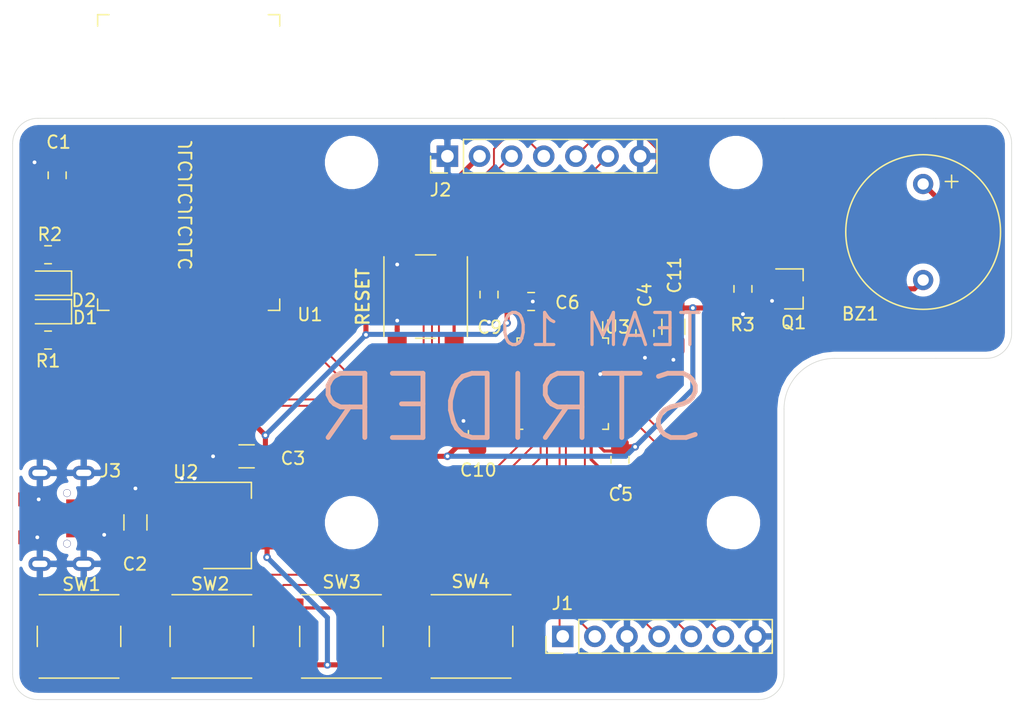
<source format=kicad_pcb>
(kicad_pcb (version 20171130) (host pcbnew "(5.1.4)-1")

  (general
    (thickness 1.6)
    (drawings 20)
    (tracks 263)
    (zones 0)
    (modules 31)
    (nets 66)
  )

  (page A4)
  (layers
    (0 F.Cu signal)
    (31 B.Cu signal)
    (32 B.Adhes user)
    (33 F.Adhes user)
    (34 B.Paste user)
    (35 F.Paste user)
    (36 B.SilkS user)
    (37 F.SilkS user)
    (38 B.Mask user)
    (39 F.Mask user)
    (40 Dwgs.User user)
    (41 Cmts.User user)
    (42 Eco1.User user)
    (43 Eco2.User user)
    (44 Edge.Cuts user)
    (45 Margin user)
    (46 B.CrtYd user)
    (47 F.CrtYd user)
    (48 B.Fab user)
    (49 F.Fab user)
  )

  (setup
    (last_trace_width 0.1524)
    (user_trace_width 0.25)
    (user_trace_width 0.4)
    (trace_clearance 0.1524)
    (zone_clearance 0.508)
    (zone_45_only no)
    (trace_min 0.1524)
    (via_size 0.6)
    (via_drill 0.3)
    (via_min_size 0.4)
    (via_min_drill 0.3)
    (uvia_size 0.3)
    (uvia_drill 0.1)
    (uvias_allowed no)
    (uvia_min_size 0.2)
    (uvia_min_drill 0.1)
    (edge_width 0.05)
    (segment_width 0.2)
    (pcb_text_width 0.3)
    (pcb_text_size 1.5 1.5)
    (mod_edge_width 0.12)
    (mod_text_size 1 1)
    (mod_text_width 0.15)
    (pad_size 1.524 1.524)
    (pad_drill 0.762)
    (pad_to_mask_clearance 0.051)
    (solder_mask_min_width 0.25)
    (aux_axis_origin 0 0)
    (visible_elements 7FFDFFFF)
    (pcbplotparams
      (layerselection 0x010fc_ffffffff)
      (usegerberextensions true)
      (usegerberattributes false)
      (usegerberadvancedattributes false)
      (creategerberjobfile false)
      (excludeedgelayer true)
      (linewidth 0.100000)
      (plotframeref false)
      (viasonmask false)
      (mode 1)
      (useauxorigin false)
      (hpglpennumber 1)
      (hpglpenspeed 20)
      (hpglpendiameter 15.000000)
      (psnegative false)
      (psa4output false)
      (plotreference true)
      (plotvalue true)
      (plotinvisibletext false)
      (padsonsilk false)
      (subtractmaskfromsilk false)
      (outputformat 1)
      (mirror false)
      (drillshape 0)
      (scaleselection 1)
      (outputdirectory "MST/"))
  )

  (net 0 "")
  (net 1 GND)
  (net 2 VBUS)
  (net 3 +3V3)
  (net 4 /SWO)
  (net 5 /SWCLK)
  (net 6 /SWDIO)
  (net 7 /UART_RX)
  (net 8 /UART_TX)
  (net 9 /UART_ZB_RX)
  (net 10 /UART_ZB_TX)
  (net 11 /MOSI)
  (net 12 /SCK)
  (net 13 /NRST)
  (net 14 "Net-(U3-Pad18)")
  (net 15 "Net-(U3-Pad16)")
  (net 16 /NWKLED)
  (net 17 /RUNLED)
  (net 18 /AT\~HEX~)
  (net 19 /BAUD_RESET)
  (net 20 "Net-(U3-Pad4)")
  (net 21 "Net-(J3-Pad2)")
  (net 22 "Net-(J3-Pad3)")
  (net 23 "Net-(J3-Pad4)")
  (net 24 /DC)
  (net 25 /RES)
  (net 26 "Net-(D1-Pad2)")
  (net 27 "Net-(D2-Pad2)")
  (net 28 /RESET)
  (net 29 /SW1)
  (net 30 /SW2)
  (net 31 /SW3)
  (net 32 /SW4)
  (net 33 "Net-(BZ1-Pad2)")
  (net 34 /BUZZ)
  (net 35 "Net-(U1-Pad23)")
  (net 36 "Net-(U1-Pad22)")
  (net 37 "Net-(U1-Pad21)")
  (net 38 "Net-(U1-Pad20)")
  (net 39 "Net-(U1-Pad19)")
  (net 40 "Net-(U1-Pad18)")
  (net 41 "Net-(U1-Pad17)")
  (net 42 "Net-(U1-Pad16)")
  (net 43 "Net-(U1-Pad15)")
  (net 44 "Net-(U1-Pad14)")
  (net 45 "Net-(U1-Pad9)")
  (net 46 "Net-(U1-Pad8)")
  (net 47 "Net-(U1-Pad5)")
  (net 48 "Net-(U1-Pad4)")
  (net 49 "Net-(U1-Pad3)")
  (net 50 "Net-(U3-Pad46)")
  (net 51 "Net-(U3-Pad45)")
  (net 52 "Net-(U3-Pad43)")
  (net 53 "Net-(U3-Pad42)")
  (net 54 "Net-(U3-Pad41)")
  (net 55 "Net-(U3-Pad40)")
  (net 56 "Net-(U3-Pad38)")
  (net 57 "Net-(U3-Pad33)")
  (net 58 "Net-(U3-Pad32)")
  (net 59 "Net-(U3-Pad29)")
  (net 60 "Net-(U3-Pad13)")
  (net 61 "Net-(U3-Pad12)")
  (net 62 "Net-(U3-Pad11)")
  (net 63 "Net-(U3-Pad10)")
  (net 64 "Net-(U3-Pad6)")
  (net 65 "Net-(U3-Pad5)")

  (net_class Default 这是默认网络类。
    (clearance 0.1524)
    (trace_width 0.1524)
    (via_dia 0.6)
    (via_drill 0.3)
    (uvia_dia 0.3)
    (uvia_drill 0.1)
    (add_net +3V3)
    (add_net /AT\~HEX~)
    (add_net /BAUD_RESET)
    (add_net /BUZZ)
    (add_net /DC)
    (add_net /MOSI)
    (add_net /NRST)
    (add_net /NWKLED)
    (add_net /RES)
    (add_net /RESET)
    (add_net /RUNLED)
    (add_net /SCK)
    (add_net /SW1)
    (add_net /SW2)
    (add_net /SW3)
    (add_net /SW4)
    (add_net /SWCLK)
    (add_net /SWDIO)
    (add_net /SWO)
    (add_net /UART_RX)
    (add_net /UART_TX)
    (add_net /UART_ZB_RX)
    (add_net /UART_ZB_TX)
    (add_net GND)
    (add_net "Net-(BZ1-Pad2)")
    (add_net "Net-(D1-Pad2)")
    (add_net "Net-(D2-Pad2)")
    (add_net "Net-(J3-Pad2)")
    (add_net "Net-(J3-Pad3)")
    (add_net "Net-(J3-Pad4)")
    (add_net "Net-(U1-Pad14)")
    (add_net "Net-(U1-Pad15)")
    (add_net "Net-(U1-Pad16)")
    (add_net "Net-(U1-Pad17)")
    (add_net "Net-(U1-Pad18)")
    (add_net "Net-(U1-Pad19)")
    (add_net "Net-(U1-Pad20)")
    (add_net "Net-(U1-Pad21)")
    (add_net "Net-(U1-Pad22)")
    (add_net "Net-(U1-Pad23)")
    (add_net "Net-(U1-Pad3)")
    (add_net "Net-(U1-Pad4)")
    (add_net "Net-(U1-Pad5)")
    (add_net "Net-(U1-Pad8)")
    (add_net "Net-(U1-Pad9)")
    (add_net "Net-(U3-Pad10)")
    (add_net "Net-(U3-Pad11)")
    (add_net "Net-(U3-Pad12)")
    (add_net "Net-(U3-Pad13)")
    (add_net "Net-(U3-Pad16)")
    (add_net "Net-(U3-Pad18)")
    (add_net "Net-(U3-Pad29)")
    (add_net "Net-(U3-Pad32)")
    (add_net "Net-(U3-Pad33)")
    (add_net "Net-(U3-Pad38)")
    (add_net "Net-(U3-Pad4)")
    (add_net "Net-(U3-Pad40)")
    (add_net "Net-(U3-Pad41)")
    (add_net "Net-(U3-Pad42)")
    (add_net "Net-(U3-Pad43)")
    (add_net "Net-(U3-Pad45)")
    (add_net "Net-(U3-Pad46)")
    (add_net "Net-(U3-Pad5)")
    (add_net "Net-(U3-Pad6)")
    (add_net VBUS)
  )

  (module kicad_fp:MS1_PCB (layer F.Cu) (tedit 5DECE2D1) (tstamp 5DED26E4)
    (at 81.92 27.5 180)
    (path /5DF9DB7D)
    (fp_text reference U1 (at -9.59 -12.04) (layer F.SilkS)
      (effects (font (size 1 1) (thickness 0.15)))
    )
    (fp_text value MS1_PCB (at -0.05 -0.05) (layer F.Fab)
      (effects (font (size 1 1) (thickness 0.15)))
    )
    (fp_line (start -8.3 -12.8) (end -8.3 12.8) (layer F.CrtYd) (width 0.12))
    (fp_line (start 8.3 -12.8) (end 8.3 12.8) (layer F.CrtYd) (width 0.12))
    (fp_line (start -8.3 12.8) (end 8.3 12.8) (layer F.CrtYd) (width 0.12))
    (fp_line (start -8.3 -12.8) (end 8.3 -12.8) (layer F.CrtYd) (width 0.12))
    (fp_line (start 7.2 11.7) (end 7.2 10.8) (layer F.SilkS) (width 0.12))
    (fp_line (start 6.3 11.7) (end 7.2 11.7) (layer F.SilkS) (width 0.12))
    (fp_line (start -7.2 11.7) (end -6.3 11.7) (layer F.SilkS) (width 0.12))
    (fp_line (start -7.2 10.8) (end -7.2 11.7) (layer F.SilkS) (width 0.12))
    (fp_line (start 7.2 -11.7) (end 6.3 -11.7) (layer F.SilkS) (width 0.12))
    (fp_line (start 7.2 -10.8) (end 7.2 -11.7) (layer F.SilkS) (width 0.12))
    (fp_line (start -7.2 -11.7) (end -7.2 -10.8) (layer F.SilkS) (width 0.12))
    (fp_line (start -6.3 -11.7) (end -7.2 -11.7) (layer F.SilkS) (width 0.12))
    (fp_line (start -7.05 11.5) (end -7.05 -11.5) (layer F.Fab) (width 0.12))
    (fp_line (start 7.05 -11.5) (end 7.05 11.5) (layer F.Fab) (width 0.12))
    (fp_line (start -7.05 11.5) (end 7.05 11.5) (layer F.Fab) (width 0.12))
    (fp_line (start -7.05 -11.5) (end 7.05 -11.5) (layer F.Fab) (width 0.12))
    (pad 24 smd roundrect (at -7.05 -0.3) (size 2 0.9) (layers F.Cu F.Paste F.Mask) (roundrect_rratio 0.25)
      (net 28 /RESET))
    (pad 23 smd roundrect (at -7.05 -1.577148) (size 2 0.9) (layers F.Cu F.Paste F.Mask) (roundrect_rratio 0.25)
      (net 35 "Net-(U1-Pad23)"))
    (pad 22 smd roundrect (at -7.05 -2.85429) (size 2 0.9) (layers F.Cu F.Paste F.Mask) (roundrect_rratio 0.25)
      (net 36 "Net-(U1-Pad22)"))
    (pad 21 smd roundrect (at -7.05 -4.131432) (size 2 0.9) (layers F.Cu F.Paste F.Mask) (roundrect_rratio 0.25)
      (net 37 "Net-(U1-Pad21)"))
    (pad 20 smd roundrect (at -7.05 -5.408574) (size 2 0.9) (layers F.Cu F.Paste F.Mask) (roundrect_rratio 0.25)
      (net 38 "Net-(U1-Pad20)"))
    (pad 19 smd roundrect (at -7.05 -6.685716) (size 2 0.9) (layers F.Cu F.Paste F.Mask) (roundrect_rratio 0.25)
      (net 39 "Net-(U1-Pad19)"))
    (pad 18 smd roundrect (at -7.05 -7.962858) (size 2 0.9) (layers F.Cu F.Paste F.Mask) (roundrect_rratio 0.25)
      (net 40 "Net-(U1-Pad18)"))
    (pad 17 smd roundrect (at -7.05 -9.24) (size 2 0.9) (layers F.Cu F.Paste F.Mask) (roundrect_rratio 0.25)
      (net 41 "Net-(U1-Pad17)"))
    (pad 16 smd roundrect (at -4.43 -11.5 270) (size 2 0.9) (layers F.Cu F.Paste F.Mask) (roundrect_rratio 0.25)
      (net 42 "Net-(U1-Pad16)"))
    (pad 15 smd roundrect (at -3.164286 -11.5 270) (size 2 0.9) (layers F.Cu F.Paste F.Mask) (roundrect_rratio 0.25)
      (net 43 "Net-(U1-Pad15)"))
    (pad 14 smd roundrect (at -1.898572 -11.5 270) (size 2 0.9) (layers F.Cu F.Paste F.Mask) (roundrect_rratio 0.25)
      (net 44 "Net-(U1-Pad14)"))
    (pad 13 smd roundrect (at -0.632858 -11.5 270) (size 2 0.9) (layers F.Cu F.Paste F.Mask) (roundrect_rratio 0.25)
      (net 16 /NWKLED))
    (pad 12 smd roundrect (at 0.632856 -11.5 270) (size 2 0.9) (layers F.Cu F.Paste F.Mask) (roundrect_rratio 0.25)
      (net 17 /RUNLED))
    (pad 11 smd roundrect (at 1.89857 -11.5 270) (size 2 0.9) (layers F.Cu F.Paste F.Mask) (roundrect_rratio 0.25)
      (net 10 /UART_ZB_TX))
    (pad 10 smd roundrect (at 3.164284 -11.5 270) (size 2 0.9) (layers F.Cu F.Paste F.Mask) (roundrect_rratio 0.25)
      (net 9 /UART_ZB_RX))
    (pad 9 smd roundrect (at 4.43 -11.5 270) (size 2 0.9) (layers F.Cu F.Paste F.Mask) (roundrect_rratio 0.25)
      (net 45 "Net-(U1-Pad9)"))
    (pad 8 smd roundrect (at 7.05 -9.24 180) (size 2 0.9) (layers F.Cu F.Paste F.Mask) (roundrect_rratio 0.25)
      (net 46 "Net-(U1-Pad8)"))
    (pad 7 smd roundrect (at 7.05 -7.962858 180) (size 2 0.9) (layers F.Cu F.Paste F.Mask) (roundrect_rratio 0.25)
      (net 18 /AT\~HEX~))
    (pad 6 smd roundrect (at 7.05 -6.685716 180) (size 2 0.9) (layers F.Cu F.Paste F.Mask) (roundrect_rratio 0.25)
      (net 19 /BAUD_RESET))
    (pad 5 smd roundrect (at 7.05 -5.408574 180) (size 2 0.9) (layers F.Cu F.Paste F.Mask) (roundrect_rratio 0.25)
      (net 47 "Net-(U1-Pad5)"))
    (pad 4 smd roundrect (at 7.05 -4.131432 180) (size 2 0.9) (layers F.Cu F.Paste F.Mask) (roundrect_rratio 0.25)
      (net 48 "Net-(U1-Pad4)"))
    (pad 3 smd roundrect (at 7.05 -2.85429 180) (size 2 0.9) (layers F.Cu F.Paste F.Mask) (roundrect_rratio 0.25)
      (net 49 "Net-(U1-Pad3)"))
    (pad 2 smd roundrect (at 7.05 -1.577148 180) (size 2 0.9) (layers F.Cu F.Paste F.Mask) (roundrect_rratio 0.25)
      (net 3 +3V3))
    (pad 1 smd roundrect (at 7.05 -0.3 180) (size 2 0.9) (layers F.Cu F.Paste F.Mask) (roundrect_rratio 0.25)
      (net 1 GND))
  )

  (module Resistor_SMD:R_0805_2012Metric_Pad1.15x1.40mm_HandSolder (layer F.Cu) (tedit 5B36C52B) (tstamp 5DEE38FE)
    (at 125.75 37.5 90)
    (descr "Resistor SMD 0805 (2012 Metric), square (rectangular) end terminal, IPC_7351 nominal with elongated pad for handsoldering. (Body size source: https://docs.google.com/spreadsheets/d/1BsfQQcO9C6DZCsRaXUlFlo91Tg2WpOkGARC1WS5S8t0/edit?usp=sharing), generated with kicad-footprint-generator")
    (tags "resistor handsolder")
    (path /5DF3FE63)
    (attr smd)
    (fp_text reference R3 (at -2.84 -0.03 180) (layer F.SilkS)
      (effects (font (size 1 1) (thickness 0.15)))
    )
    (fp_text value R (at 0 1.65 90) (layer F.Fab)
      (effects (font (size 1 1) (thickness 0.15)))
    )
    (fp_text user %R (at 0 0 90) (layer F.Fab)
      (effects (font (size 0.5 0.5) (thickness 0.08)))
    )
    (fp_line (start 1.85 0.95) (end -1.85 0.95) (layer F.CrtYd) (width 0.05))
    (fp_line (start 1.85 -0.95) (end 1.85 0.95) (layer F.CrtYd) (width 0.05))
    (fp_line (start -1.85 -0.95) (end 1.85 -0.95) (layer F.CrtYd) (width 0.05))
    (fp_line (start -1.85 0.95) (end -1.85 -0.95) (layer F.CrtYd) (width 0.05))
    (fp_line (start -0.261252 0.71) (end 0.261252 0.71) (layer F.SilkS) (width 0.12))
    (fp_line (start -0.261252 -0.71) (end 0.261252 -0.71) (layer F.SilkS) (width 0.12))
    (fp_line (start 1 0.6) (end -1 0.6) (layer F.Fab) (width 0.1))
    (fp_line (start 1 -0.6) (end 1 0.6) (layer F.Fab) (width 0.1))
    (fp_line (start -1 -0.6) (end 1 -0.6) (layer F.Fab) (width 0.1))
    (fp_line (start -1 0.6) (end -1 -0.6) (layer F.Fab) (width 0.1))
    (pad 2 smd roundrect (at 1.025 0 90) (size 1.15 1.4) (layers F.Cu F.Paste F.Mask) (roundrect_rratio 0.217391)
      (net 34 /BUZZ))
    (pad 1 smd roundrect (at -1.025 0 90) (size 1.15 1.4) (layers F.Cu F.Paste F.Mask) (roundrect_rratio 0.217391)
      (net 1 GND))
    (model ${KISYS3DMOD}/Resistor_SMD.3dshapes/R_0805_2012Metric.wrl
      (at (xyz 0 0 0))
      (scale (xyz 1 1 1))
      (rotate (xyz 0 0 0))
    )
  )

  (module Package_TO_SOT_SMD:SOT-23 (layer F.Cu) (tedit 5A02FF57) (tstamp 5DEE38ED)
    (at 129.75 37.5)
    (descr "SOT-23, Standard")
    (tags SOT-23)
    (path /5DF219E7)
    (attr smd)
    (fp_text reference Q1 (at 0.01 2.67) (layer F.SilkS)
      (effects (font (size 1 1) (thickness 0.15)))
    )
    (fp_text value Q_NMOS_GSD (at 0 2.5) (layer F.Fab)
      (effects (font (size 1 1) (thickness 0.15)))
    )
    (fp_line (start 0.76 1.58) (end -0.7 1.58) (layer F.SilkS) (width 0.12))
    (fp_line (start 0.76 -1.58) (end -1.4 -1.58) (layer F.SilkS) (width 0.12))
    (fp_line (start -1.7 1.75) (end -1.7 -1.75) (layer F.CrtYd) (width 0.05))
    (fp_line (start 1.7 1.75) (end -1.7 1.75) (layer F.CrtYd) (width 0.05))
    (fp_line (start 1.7 -1.75) (end 1.7 1.75) (layer F.CrtYd) (width 0.05))
    (fp_line (start -1.7 -1.75) (end 1.7 -1.75) (layer F.CrtYd) (width 0.05))
    (fp_line (start 0.76 -1.58) (end 0.76 -0.65) (layer F.SilkS) (width 0.12))
    (fp_line (start 0.76 1.58) (end 0.76 0.65) (layer F.SilkS) (width 0.12))
    (fp_line (start -0.7 1.52) (end 0.7 1.52) (layer F.Fab) (width 0.1))
    (fp_line (start 0.7 -1.52) (end 0.7 1.52) (layer F.Fab) (width 0.1))
    (fp_line (start -0.7 -0.95) (end -0.15 -1.52) (layer F.Fab) (width 0.1))
    (fp_line (start -0.15 -1.52) (end 0.7 -1.52) (layer F.Fab) (width 0.1))
    (fp_line (start -0.7 -0.95) (end -0.7 1.5) (layer F.Fab) (width 0.1))
    (fp_text user %R (at 0 0 90) (layer F.Fab)
      (effects (font (size 0.5 0.5) (thickness 0.075)))
    )
    (pad 3 smd rect (at 1 0) (size 0.9 0.8) (layers F.Cu F.Paste F.Mask)
      (net 33 "Net-(BZ1-Pad2)"))
    (pad 2 smd rect (at -1 0.95) (size 0.9 0.8) (layers F.Cu F.Paste F.Mask)
      (net 1 GND))
    (pad 1 smd rect (at -1 -0.95) (size 0.9 0.8) (layers F.Cu F.Paste F.Mask)
      (net 34 /BUZZ))
    (model ${KISYS3DMOD}/Package_TO_SOT_SMD.3dshapes/SOT-23.wrl
      (at (xyz 0 0 0))
      (scale (xyz 1 1 1))
      (rotate (xyz 0 0 0))
    )
  )

  (module kicad_fp:CPA_2 (layer F.Cu) (tedit 5DEDCE6F) (tstamp 5DEE3658)
    (at 140 33 270)
    (path /5DF0E977)
    (fp_text reference BZ1 (at 6.48 4.98 180) (layer F.SilkS)
      (effects (font (size 1 1) (thickness 0.15)))
    )
    (fp_text value Buzzer (at 0.3 0.2 90) (layer F.Fab)
      (effects (font (size 1 1) (thickness 0.15)))
    )
    (fp_line (start -4 -2.25) (end -4 -1.75) (layer F.SilkS) (width 0.12))
    (fp_line (start -4 -2.25) (end -4 -2.75) (layer F.SilkS) (width 0.12))
    (fp_line (start -4.5 -2.25) (end -3.5 -2.25) (layer F.SilkS) (width 0.12))
    (fp_circle (center 0 0) (end 0 6.37) (layer F.CrtYd) (width 0.05))
    (fp_circle (center 0 0) (end 0 6.12) (layer F.SilkS) (width 0.12))
    (fp_circle (center 0 0) (end 0 6) (layer F.Fab) (width 0.1))
    (pad 2 thru_hole oval (at 3.8 0 270) (size 1.6 1.6) (drill 0.9) (layers *.Cu *.Mask)
      (net 33 "Net-(BZ1-Pad2)"))
    (pad 1 thru_hole oval (at -3.8 0 270) (size 1.6 1.6) (drill 0.9) (layers *.Cu *.Mask)
      (net 3 +3V3))
  )

  (module kicad_fp:SW_PUSH (layer F.Cu) (tedit 5DED0A58) (tstamp 5DEDDA9D)
    (at 100.66 38.11 90)
    (path /5DEF7A95)
    (fp_text reference SW5 (at -0.17 -4.74 90) (layer F.SilkS) hide
      (effects (font (size 1 1) (thickness 0.15)))
    )
    (fp_text value SW_Push (at 0 -0.5 90) (layer F.Fab)
      (effects (font (size 1 1) (thickness 0.15)))
    )
    (fp_line (start -4.7 3.5) (end -4.7 -3.5) (layer F.CrtYd) (width 0.12))
    (fp_line (start 4.7 -3.5) (end 4.7 3.5) (layer F.CrtYd) (width 0.12))
    (fp_line (start -4.7 3.5) (end 4.7 3.5) (layer F.CrtYd) (width 0.12))
    (fp_line (start -4.7 -3.5) (end 4.7 -3.5) (layer F.CrtYd) (width 0.12))
    (fp_line (start -3.15 -3.15) (end -3.15 3.15) (layer F.Fab) (width 0.12))
    (fp_line (start 3.15 -3.15) (end 3.15 3.15) (layer F.Fab) (width 0.12))
    (fp_line (start -3.15 3.15) (end 3.15 3.15) (layer F.Fab) (width 0.12))
    (fp_line (start -3.15 -3.15) (end 3.15 -3.15) (layer F.Fab) (width 0.12))
    (fp_line (start -3.3 -0.8) (end -3.3 0.8) (layer F.SilkS) (width 0.12))
    (fp_line (start 3.3 -0.8) (end 3.3 0.8) (layer F.SilkS) (width 0.12))
    (fp_line (start -3.15 3.3) (end 3.15 3.3) (layer F.SilkS) (width 0.12))
    (fp_line (start -3.15 -3.3) (end 3.15 -3.3) (layer F.SilkS) (width 0.12))
    (pad 2 smd rect (at 3.8 2.25 90) (size 1.6 1.5) (layers F.Cu F.Paste F.Mask)
      (net 13 /NRST))
    (pad 2 smd rect (at -3.8 2.25 90) (size 1.6 1.5) (layers F.Cu F.Paste F.Mask)
      (net 13 /NRST))
    (pad 1 smd rect (at 3.8 -2.25 90) (size 1.6 1.5) (layers F.Cu F.Paste F.Mask)
      (net 1 GND))
    (pad 1 smd rect (at -3.8 -2.25 90) (size 1.6 1.5) (layers F.Cu F.Paste F.Mask)
      (net 1 GND))
  )

  (module MountingHole:MountingHole_3.2mm_M3 (layer F.Cu) (tedit 56D1B4CB) (tstamp 5DEE22C5)
    (at 94.8 56)
    (descr "Mounting Hole 3.2mm, no annular, M3")
    (tags "mounting hole 3.2mm no annular m3")
    (path /5E3330CF)
    (attr virtual)
    (fp_text reference H4 (at 0 -4.2) (layer F.SilkS) hide
      (effects (font (size 1 1) (thickness 0.15)))
    )
    (fp_text value MountingHole (at 0 4.2) (layer F.Fab)
      (effects (font (size 1 1) (thickness 0.15)))
    )
    (fp_circle (center 0 0) (end 3.45 0) (layer F.CrtYd) (width 0.05))
    (fp_circle (center 0 0) (end 3.2 0) (layer Cmts.User) (width 0.15))
    (fp_text user %R (at 0.3 0) (layer F.Fab)
      (effects (font (size 1 1) (thickness 0.15)))
    )
    (pad 1 np_thru_hole circle (at 0 0) (size 3.2 3.2) (drill 3.2) (layers *.Cu *.Mask))
  )

  (module MountingHole:MountingHole_3.2mm_M3 (layer F.Cu) (tedit 56D1B4CB) (tstamp 5DEE22BD)
    (at 125 56)
    (descr "Mounting Hole 3.2mm, no annular, M3")
    (tags "mounting hole 3.2mm no annular m3")
    (path /5E332F1E)
    (attr virtual)
    (fp_text reference H3 (at 0 -4.2) (layer F.SilkS) hide
      (effects (font (size 1 1) (thickness 0.15)))
    )
    (fp_text value MountingHole (at 0 4.2) (layer F.Fab)
      (effects (font (size 1 1) (thickness 0.15)))
    )
    (fp_circle (center 0 0) (end 3.45 0) (layer F.CrtYd) (width 0.05))
    (fp_circle (center 0 0) (end 3.2 0) (layer Cmts.User) (width 0.15))
    (fp_text user %R (at 0.3 0) (layer F.Fab)
      (effects (font (size 1 1) (thickness 0.15)))
    )
    (pad 1 np_thru_hole circle (at 0 0) (size 3.2 3.2) (drill 3.2) (layers *.Cu *.Mask))
  )

  (module MountingHole:MountingHole_3.2mm_M3 (layer F.Cu) (tedit 56D1B4CB) (tstamp 5DEE22B5)
    (at 94.8 27.5)
    (descr "Mounting Hole 3.2mm, no annular, M3")
    (tags "mounting hole 3.2mm no annular m3")
    (path /5E332A6D)
    (attr virtual)
    (fp_text reference H2 (at 0 -4.2) (layer F.SilkS) hide
      (effects (font (size 1 1) (thickness 0.15)))
    )
    (fp_text value MountingHole (at 0 4.2) (layer F.Fab)
      (effects (font (size 1 1) (thickness 0.15)))
    )
    (fp_circle (center 0 0) (end 3.45 0) (layer F.CrtYd) (width 0.05))
    (fp_circle (center 0 0) (end 3.2 0) (layer Cmts.User) (width 0.15))
    (fp_text user %R (at 0.3 0) (layer F.Fab)
      (effects (font (size 1 1) (thickness 0.15)))
    )
    (pad 1 np_thru_hole circle (at 0 0) (size 3.2 3.2) (drill 3.2) (layers *.Cu *.Mask))
  )

  (module MountingHole:MountingHole_3.2mm_M3 (layer F.Cu) (tedit 56D1B4CB) (tstamp 5DEE22AD)
    (at 125.2 27.5)
    (descr "Mounting Hole 3.2mm, no annular, M3")
    (tags "mounting hole 3.2mm no annular m3")
    (path /5E32C441)
    (attr virtual)
    (fp_text reference H1 (at 0 -4.2) (layer F.SilkS) hide
      (effects (font (size 1 1) (thickness 0.15)))
    )
    (fp_text value MountingHole (at 0 4.2) (layer F.Fab)
      (effects (font (size 1 1) (thickness 0.15)))
    )
    (fp_circle (center 0 0) (end 3.45 0) (layer F.CrtYd) (width 0.05))
    (fp_circle (center 0 0) (end 3.2 0) (layer Cmts.User) (width 0.15))
    (fp_text user %R (at 0.3 0) (layer F.Fab)
      (effects (font (size 1 1) (thickness 0.15)))
    )
    (pad 1 np_thru_hole circle (at 0 0) (size 3.2 3.2) (drill 3.2) (layers *.Cu *.Mask))
  )

  (module kicad_fp:SW_PUSH (layer F.Cu) (tedit 5DED0A58) (tstamp 5DEDDAED)
    (at 104.25 65)
    (path /5E0F8EE7)
    (fp_text reference SW4 (at -0.03 -4.34) (layer F.SilkS)
      (effects (font (size 1 1) (thickness 0.15)))
    )
    (fp_text value SW_Push (at 0 -0.5) (layer F.Fab)
      (effects (font (size 1 1) (thickness 0.15)))
    )
    (fp_line (start -4.7 3.5) (end -4.7 -3.5) (layer F.CrtYd) (width 0.12))
    (fp_line (start 4.7 -3.5) (end 4.7 3.5) (layer F.CrtYd) (width 0.12))
    (fp_line (start -4.7 3.5) (end 4.7 3.5) (layer F.CrtYd) (width 0.12))
    (fp_line (start -4.7 -3.5) (end 4.7 -3.5) (layer F.CrtYd) (width 0.12))
    (fp_line (start -3.15 -3.15) (end -3.15 3.15) (layer F.Fab) (width 0.12))
    (fp_line (start 3.15 -3.15) (end 3.15 3.15) (layer F.Fab) (width 0.12))
    (fp_line (start -3.15 3.15) (end 3.15 3.15) (layer F.Fab) (width 0.12))
    (fp_line (start -3.15 -3.15) (end 3.15 -3.15) (layer F.Fab) (width 0.12))
    (fp_line (start -3.3 -0.8) (end -3.3 0.8) (layer F.SilkS) (width 0.12))
    (fp_line (start 3.3 -0.8) (end 3.3 0.8) (layer F.SilkS) (width 0.12))
    (fp_line (start -3.15 3.3) (end 3.15 3.3) (layer F.SilkS) (width 0.12))
    (fp_line (start -3.15 -3.3) (end 3.15 -3.3) (layer F.SilkS) (width 0.12))
    (pad 2 smd rect (at 3.8 2.25) (size 1.6 1.5) (layers F.Cu F.Paste F.Mask)
      (net 3 +3V3))
    (pad 2 smd rect (at -3.8 2.25) (size 1.6 1.5) (layers F.Cu F.Paste F.Mask)
      (net 3 +3V3))
    (pad 1 smd rect (at 3.8 -2.25) (size 1.6 1.5) (layers F.Cu F.Paste F.Mask)
      (net 32 /SW4))
    (pad 1 smd rect (at -3.8 -2.25) (size 1.6 1.5) (layers F.Cu F.Paste F.Mask)
      (net 32 /SW4))
  )

  (module kicad_fp:SW_PUSH (layer F.Cu) (tedit 5DED0A58) (tstamp 5DEDDAD9)
    (at 94 65)
    (path /5E0F8A5A)
    (fp_text reference SW3 (at 0.02 -4.3) (layer F.SilkS)
      (effects (font (size 1 1) (thickness 0.15)))
    )
    (fp_text value SW_Push (at 0 -0.5) (layer F.Fab)
      (effects (font (size 1 1) (thickness 0.15)))
    )
    (fp_line (start -4.7 3.5) (end -4.7 -3.5) (layer F.CrtYd) (width 0.12))
    (fp_line (start 4.7 -3.5) (end 4.7 3.5) (layer F.CrtYd) (width 0.12))
    (fp_line (start -4.7 3.5) (end 4.7 3.5) (layer F.CrtYd) (width 0.12))
    (fp_line (start -4.7 -3.5) (end 4.7 -3.5) (layer F.CrtYd) (width 0.12))
    (fp_line (start -3.15 -3.15) (end -3.15 3.15) (layer F.Fab) (width 0.12))
    (fp_line (start 3.15 -3.15) (end 3.15 3.15) (layer F.Fab) (width 0.12))
    (fp_line (start -3.15 3.15) (end 3.15 3.15) (layer F.Fab) (width 0.12))
    (fp_line (start -3.15 -3.15) (end 3.15 -3.15) (layer F.Fab) (width 0.12))
    (fp_line (start -3.3 -0.8) (end -3.3 0.8) (layer F.SilkS) (width 0.12))
    (fp_line (start 3.3 -0.8) (end 3.3 0.8) (layer F.SilkS) (width 0.12))
    (fp_line (start -3.15 3.3) (end 3.15 3.3) (layer F.SilkS) (width 0.12))
    (fp_line (start -3.15 -3.3) (end 3.15 -3.3) (layer F.SilkS) (width 0.12))
    (pad 2 smd rect (at 3.8 2.25) (size 1.6 1.5) (layers F.Cu F.Paste F.Mask)
      (net 3 +3V3))
    (pad 2 smd rect (at -3.8 2.25) (size 1.6 1.5) (layers F.Cu F.Paste F.Mask)
      (net 3 +3V3))
    (pad 1 smd rect (at 3.8 -2.25) (size 1.6 1.5) (layers F.Cu F.Paste F.Mask)
      (net 31 /SW3))
    (pad 1 smd rect (at -3.8 -2.25) (size 1.6 1.5) (layers F.Cu F.Paste F.Mask)
      (net 31 /SW3))
  )

  (module kicad_fp:SW_PUSH (layer F.Cu) (tedit 5DED0A58) (tstamp 5DEEDBBD)
    (at 83.75 65)
    (path /5E0F86C8)
    (fp_text reference SW2 (at -0.13 -4.15) (layer F.SilkS)
      (effects (font (size 1 1) (thickness 0.15)))
    )
    (fp_text value SW_Push (at 0 -0.5) (layer F.Fab)
      (effects (font (size 1 1) (thickness 0.15)))
    )
    (fp_line (start -4.7 3.5) (end -4.7 -3.5) (layer F.CrtYd) (width 0.12))
    (fp_line (start 4.7 -3.5) (end 4.7 3.5) (layer F.CrtYd) (width 0.12))
    (fp_line (start -4.7 3.5) (end 4.7 3.5) (layer F.CrtYd) (width 0.12))
    (fp_line (start -4.7 -3.5) (end 4.7 -3.5) (layer F.CrtYd) (width 0.12))
    (fp_line (start -3.15 -3.15) (end -3.15 3.15) (layer F.Fab) (width 0.12))
    (fp_line (start 3.15 -3.15) (end 3.15 3.15) (layer F.Fab) (width 0.12))
    (fp_line (start -3.15 3.15) (end 3.15 3.15) (layer F.Fab) (width 0.12))
    (fp_line (start -3.15 -3.15) (end 3.15 -3.15) (layer F.Fab) (width 0.12))
    (fp_line (start -3.3 -0.8) (end -3.3 0.8) (layer F.SilkS) (width 0.12))
    (fp_line (start 3.3 -0.8) (end 3.3 0.8) (layer F.SilkS) (width 0.12))
    (fp_line (start -3.15 3.3) (end 3.15 3.3) (layer F.SilkS) (width 0.12))
    (fp_line (start -3.15 -3.3) (end 3.15 -3.3) (layer F.SilkS) (width 0.12))
    (pad 2 smd rect (at 3.8 2.25) (size 1.6 1.5) (layers F.Cu F.Paste F.Mask)
      (net 3 +3V3))
    (pad 2 smd rect (at -3.8 2.25) (size 1.6 1.5) (layers F.Cu F.Paste F.Mask)
      (net 3 +3V3))
    (pad 1 smd rect (at 3.8 -2.25) (size 1.6 1.5) (layers F.Cu F.Paste F.Mask)
      (net 30 /SW2))
    (pad 1 smd rect (at -3.8 -2.25) (size 1.6 1.5) (layers F.Cu F.Paste F.Mask)
      (net 30 /SW2))
  )

  (module kicad_fp:SW_PUSH (layer F.Cu) (tedit 5DED0A58) (tstamp 5DEDDAB1)
    (at 73.25 65)
    (path /5E0F81DA)
    (fp_text reference SW1 (at 0.19 -4.12) (layer F.SilkS)
      (effects (font (size 1 1) (thickness 0.15)))
    )
    (fp_text value SW_Push (at 0 -0.5) (layer F.Fab)
      (effects (font (size 1 1) (thickness 0.15)))
    )
    (fp_line (start -4.7 3.5) (end -4.7 -3.5) (layer F.CrtYd) (width 0.12))
    (fp_line (start 4.7 -3.5) (end 4.7 3.5) (layer F.CrtYd) (width 0.12))
    (fp_line (start -4.7 3.5) (end 4.7 3.5) (layer F.CrtYd) (width 0.12))
    (fp_line (start -4.7 -3.5) (end 4.7 -3.5) (layer F.CrtYd) (width 0.12))
    (fp_line (start -3.15 -3.15) (end -3.15 3.15) (layer F.Fab) (width 0.12))
    (fp_line (start 3.15 -3.15) (end 3.15 3.15) (layer F.Fab) (width 0.12))
    (fp_line (start -3.15 3.15) (end 3.15 3.15) (layer F.Fab) (width 0.12))
    (fp_line (start -3.15 -3.15) (end 3.15 -3.15) (layer F.Fab) (width 0.12))
    (fp_line (start -3.3 -0.8) (end -3.3 0.8) (layer F.SilkS) (width 0.12))
    (fp_line (start 3.3 -0.8) (end 3.3 0.8) (layer F.SilkS) (width 0.12))
    (fp_line (start -3.15 3.3) (end 3.15 3.3) (layer F.SilkS) (width 0.12))
    (fp_line (start -3.15 -3.3) (end 3.15 -3.3) (layer F.SilkS) (width 0.12))
    (pad 2 smd rect (at 3.8 2.25) (size 1.6 1.5) (layers F.Cu F.Paste F.Mask)
      (net 3 +3V3))
    (pad 2 smd rect (at -3.8 2.25) (size 1.6 1.5) (layers F.Cu F.Paste F.Mask)
      (net 3 +3V3))
    (pad 1 smd rect (at 3.8 -2.25) (size 1.6 1.5) (layers F.Cu F.Paste F.Mask)
      (net 29 /SW1))
    (pad 1 smd rect (at -3.8 -2.25) (size 1.6 1.5) (layers F.Cu F.Paste F.Mask)
      (net 29 /SW1))
  )

  (module Capacitor_SMD:C_0805_2012Metric_Pad1.15x1.40mm_HandSolder (layer F.Cu) (tedit 5B36C52B) (tstamp 5DEDD801)
    (at 105.67 37.95 270)
    (descr "Capacitor SMD 0805 (2012 Metric), square (rectangular) end terminal, IPC_7351 nominal with elongated pad for handsoldering. (Body size source: https://docs.google.com/spreadsheets/d/1BsfQQcO9C6DZCsRaXUlFlo91Tg2WpOkGARC1WS5S8t0/edit?usp=sharing), generated with kicad-footprint-generator")
    (tags "capacitor handsolder")
    (path /5DEF2D6F)
    (attr smd)
    (fp_text reference C9 (at 2.59 -0.05 180) (layer F.SilkS)
      (effects (font (size 1 1) (thickness 0.15)))
    )
    (fp_text value 100nF (at 0 1.65 90) (layer F.Fab)
      (effects (font (size 1 1) (thickness 0.15)))
    )
    (fp_text user %R (at 0 0 90) (layer F.Fab)
      (effects (font (size 0.5 0.5) (thickness 0.08)))
    )
    (fp_line (start 1.85 0.95) (end -1.85 0.95) (layer F.CrtYd) (width 0.05))
    (fp_line (start 1.85 -0.95) (end 1.85 0.95) (layer F.CrtYd) (width 0.05))
    (fp_line (start -1.85 -0.95) (end 1.85 -0.95) (layer F.CrtYd) (width 0.05))
    (fp_line (start -1.85 0.95) (end -1.85 -0.95) (layer F.CrtYd) (width 0.05))
    (fp_line (start -0.261252 0.71) (end 0.261252 0.71) (layer F.SilkS) (width 0.12))
    (fp_line (start -0.261252 -0.71) (end 0.261252 -0.71) (layer F.SilkS) (width 0.12))
    (fp_line (start 1 0.6) (end -1 0.6) (layer F.Fab) (width 0.1))
    (fp_line (start 1 -0.6) (end 1 0.6) (layer F.Fab) (width 0.1))
    (fp_line (start -1 -0.6) (end 1 -0.6) (layer F.Fab) (width 0.1))
    (fp_line (start -1 0.6) (end -1 -0.6) (layer F.Fab) (width 0.1))
    (pad 2 smd roundrect (at 1.025 0 270) (size 1.15 1.4) (layers F.Cu F.Paste F.Mask) (roundrect_rratio 0.217391)
      (net 1 GND))
    (pad 1 smd roundrect (at -1.025 0 270) (size 1.15 1.4) (layers F.Cu F.Paste F.Mask) (roundrect_rratio 0.217391)
      (net 13 /NRST))
    (model ${KISYS3DMOD}/Capacitor_SMD.3dshapes/C_0805_2012Metric.wrl
      (at (xyz 0 0 0))
      (scale (xyz 1 1 1))
      (rotate (xyz 0 0 0))
    )
  )

  (module Resistor_SMD:R_0805_2012Metric_Pad1.15x1.40mm_HandSolder (layer F.Cu) (tedit 5B36C52B) (tstamp 5DED8AFE)
    (at 70.8 34.8 180)
    (descr "Resistor SMD 0805 (2012 Metric), square (rectangular) end terminal, IPC_7351 nominal with elongated pad for handsoldering. (Body size source: https://docs.google.com/spreadsheets/d/1BsfQQcO9C6DZCsRaXUlFlo91Tg2WpOkGARC1WS5S8t0/edit?usp=sharing), generated with kicad-footprint-generator")
    (tags "resistor handsolder")
    (path /5DFEE8EE)
    (attr smd)
    (fp_text reference R2 (at -0.14 1.61) (layer F.SilkS)
      (effects (font (size 1 1) (thickness 0.15)))
    )
    (fp_text value R (at 0 1.65) (layer F.Fab)
      (effects (font (size 1 1) (thickness 0.15)))
    )
    (fp_text user %R (at 0 0) (layer F.Fab)
      (effects (font (size 0.5 0.5) (thickness 0.08)))
    )
    (fp_line (start 1.85 0.95) (end -1.85 0.95) (layer F.CrtYd) (width 0.05))
    (fp_line (start 1.85 -0.95) (end 1.85 0.95) (layer F.CrtYd) (width 0.05))
    (fp_line (start -1.85 -0.95) (end 1.85 -0.95) (layer F.CrtYd) (width 0.05))
    (fp_line (start -1.85 0.95) (end -1.85 -0.95) (layer F.CrtYd) (width 0.05))
    (fp_line (start -0.261252 0.71) (end 0.261252 0.71) (layer F.SilkS) (width 0.12))
    (fp_line (start -0.261252 -0.71) (end 0.261252 -0.71) (layer F.SilkS) (width 0.12))
    (fp_line (start 1 0.6) (end -1 0.6) (layer F.Fab) (width 0.1))
    (fp_line (start 1 -0.6) (end 1 0.6) (layer F.Fab) (width 0.1))
    (fp_line (start -1 -0.6) (end 1 -0.6) (layer F.Fab) (width 0.1))
    (fp_line (start -1 0.6) (end -1 -0.6) (layer F.Fab) (width 0.1))
    (pad 2 smd roundrect (at 1.025 0 180) (size 1.15 1.4) (layers F.Cu F.Paste F.Mask) (roundrect_rratio 0.217391)
      (net 3 +3V3))
    (pad 1 smd roundrect (at -1.025 0 180) (size 1.15 1.4) (layers F.Cu F.Paste F.Mask) (roundrect_rratio 0.217391)
      (net 27 "Net-(D2-Pad2)"))
    (model ${KISYS3DMOD}/Resistor_SMD.3dshapes/R_0805_2012Metric.wrl
      (at (xyz 0 0 0))
      (scale (xyz 1 1 1))
      (rotate (xyz 0 0 0))
    )
  )

  (module Resistor_SMD:R_0805_2012Metric_Pad1.15x1.40mm_HandSolder (layer F.Cu) (tedit 5B36C52B) (tstamp 5DED8AED)
    (at 70.8 41.55 180)
    (descr "Resistor SMD 0805 (2012 Metric), square (rectangular) end terminal, IPC_7351 nominal with elongated pad for handsoldering. (Body size source: https://docs.google.com/spreadsheets/d/1BsfQQcO9C6DZCsRaXUlFlo91Tg2WpOkGARC1WS5S8t0/edit?usp=sharing), generated with kicad-footprint-generator")
    (tags "resistor handsolder")
    (path /5DFEE170)
    (attr smd)
    (fp_text reference R1 (at 0 -1.65) (layer F.SilkS)
      (effects (font (size 1 1) (thickness 0.15)))
    )
    (fp_text value R (at 0 1.65) (layer F.Fab)
      (effects (font (size 1 1) (thickness 0.15)))
    )
    (fp_text user %R (at 0 0) (layer F.Fab)
      (effects (font (size 0.5 0.5) (thickness 0.08)))
    )
    (fp_line (start 1.85 0.95) (end -1.85 0.95) (layer F.CrtYd) (width 0.05))
    (fp_line (start 1.85 -0.95) (end 1.85 0.95) (layer F.CrtYd) (width 0.05))
    (fp_line (start -1.85 -0.95) (end 1.85 -0.95) (layer F.CrtYd) (width 0.05))
    (fp_line (start -1.85 0.95) (end -1.85 -0.95) (layer F.CrtYd) (width 0.05))
    (fp_line (start -0.261252 0.71) (end 0.261252 0.71) (layer F.SilkS) (width 0.12))
    (fp_line (start -0.261252 -0.71) (end 0.261252 -0.71) (layer F.SilkS) (width 0.12))
    (fp_line (start 1 0.6) (end -1 0.6) (layer F.Fab) (width 0.1))
    (fp_line (start 1 -0.6) (end 1 0.6) (layer F.Fab) (width 0.1))
    (fp_line (start -1 -0.6) (end 1 -0.6) (layer F.Fab) (width 0.1))
    (fp_line (start -1 0.6) (end -1 -0.6) (layer F.Fab) (width 0.1))
    (pad 2 smd roundrect (at 1.025 0 180) (size 1.15 1.4) (layers F.Cu F.Paste F.Mask) (roundrect_rratio 0.217391)
      (net 3 +3V3))
    (pad 1 smd roundrect (at -1.025 0 180) (size 1.15 1.4) (layers F.Cu F.Paste F.Mask) (roundrect_rratio 0.217391)
      (net 26 "Net-(D1-Pad2)"))
    (model ${KISYS3DMOD}/Resistor_SMD.3dshapes/R_0805_2012Metric.wrl
      (at (xyz 0 0 0))
      (scale (xyz 1 1 1))
      (rotate (xyz 0 0 0))
    )
  )

  (module LED_SMD:LED_0805_2012Metric_Pad1.15x1.40mm_HandSolder (layer F.Cu) (tedit 5B4B45C9) (tstamp 5DED7223)
    (at 70.8 37.05 180)
    (descr "LED SMD 0805 (2012 Metric), square (rectangular) end terminal, IPC_7351 nominal, (Body size source: https://docs.google.com/spreadsheets/d/1BsfQQcO9C6DZCsRaXUlFlo91Tg2WpOkGARC1WS5S8t0/edit?usp=sharing), generated with kicad-footprint-generator")
    (tags "LED handsolder")
    (path /5DFD112E)
    (attr smd)
    (fp_text reference D2 (at -2.83 -1.36) (layer F.SilkS)
      (effects (font (size 1 1) (thickness 0.15)))
    )
    (fp_text value LED (at 0 1.65) (layer F.Fab)
      (effects (font (size 1 1) (thickness 0.15)))
    )
    (fp_text user %R (at 0 1.04) (layer F.Fab)
      (effects (font (size 0.5 0.5) (thickness 0.08)))
    )
    (fp_line (start 1.85 0.95) (end -1.85 0.95) (layer F.CrtYd) (width 0.05))
    (fp_line (start 1.85 -0.95) (end 1.85 0.95) (layer F.CrtYd) (width 0.05))
    (fp_line (start -1.85 -0.95) (end 1.85 -0.95) (layer F.CrtYd) (width 0.05))
    (fp_line (start -1.85 0.95) (end -1.85 -0.95) (layer F.CrtYd) (width 0.05))
    (fp_line (start -1.86 0.96) (end 1 0.96) (layer F.SilkS) (width 0.12))
    (fp_line (start -1.86 -0.96) (end -1.86 0.96) (layer F.SilkS) (width 0.12))
    (fp_line (start 1 -0.96) (end -1.86 -0.96) (layer F.SilkS) (width 0.12))
    (fp_line (start 1 0.6) (end 1 -0.6) (layer F.Fab) (width 0.1))
    (fp_line (start -1 0.6) (end 1 0.6) (layer F.Fab) (width 0.1))
    (fp_line (start -1 -0.3) (end -1 0.6) (layer F.Fab) (width 0.1))
    (fp_line (start -0.7 -0.6) (end -1 -0.3) (layer F.Fab) (width 0.1))
    (fp_line (start 1 -0.6) (end -0.7 -0.6) (layer F.Fab) (width 0.1))
    (pad 2 smd roundrect (at 1.025 0 180) (size 1.15 1.4) (layers F.Cu F.Paste F.Mask) (roundrect_rratio 0.217391)
      (net 27 "Net-(D2-Pad2)"))
    (pad 1 smd roundrect (at -1.025 0 180) (size 1.15 1.4) (layers F.Cu F.Paste F.Mask) (roundrect_rratio 0.217391)
      (net 16 /NWKLED))
    (model ${KISYS3DMOD}/LED_SMD.3dshapes/LED_0805_2012Metric.wrl
      (at (xyz 0 0 0))
      (scale (xyz 1 1 1))
      (rotate (xyz 0 0 0))
    )
  )

  (module LED_SMD:LED_0805_2012Metric_Pad1.15x1.40mm_HandSolder (layer F.Cu) (tedit 5B4B45C9) (tstamp 5DED7210)
    (at 70.8 39.3 180)
    (descr "LED SMD 0805 (2012 Metric), square (rectangular) end terminal, IPC_7351 nominal, (Body size source: https://docs.google.com/spreadsheets/d/1BsfQQcO9C6DZCsRaXUlFlo91Tg2WpOkGARC1WS5S8t0/edit?usp=sharing), generated with kicad-footprint-generator")
    (tags "LED handsolder")
    (path /5DFD1CE7)
    (attr smd)
    (fp_text reference D1 (at -2.94 -0.47) (layer F.SilkS)
      (effects (font (size 1 1) (thickness 0.15)))
    )
    (fp_text value LED (at 0 1.65) (layer F.Fab)
      (effects (font (size 1 1) (thickness 0.15)))
    )
    (fp_text user %R (at 0 0) (layer F.Fab)
      (effects (font (size 0.5 0.5) (thickness 0.08)))
    )
    (fp_line (start 1.85 0.95) (end -1.85 0.95) (layer F.CrtYd) (width 0.05))
    (fp_line (start 1.85 -0.95) (end 1.85 0.95) (layer F.CrtYd) (width 0.05))
    (fp_line (start -1.85 -0.95) (end 1.85 -0.95) (layer F.CrtYd) (width 0.05))
    (fp_line (start -1.85 0.95) (end -1.85 -0.95) (layer F.CrtYd) (width 0.05))
    (fp_line (start -1.86 0.96) (end 1 0.96) (layer F.SilkS) (width 0.12))
    (fp_line (start -1.86 -0.96) (end -1.86 0.96) (layer F.SilkS) (width 0.12))
    (fp_line (start 1 -0.96) (end -1.86 -0.96) (layer F.SilkS) (width 0.12))
    (fp_line (start 1 0.6) (end 1 -0.6) (layer F.Fab) (width 0.1))
    (fp_line (start -1 0.6) (end 1 0.6) (layer F.Fab) (width 0.1))
    (fp_line (start -1 -0.3) (end -1 0.6) (layer F.Fab) (width 0.1))
    (fp_line (start -0.7 -0.6) (end -1 -0.3) (layer F.Fab) (width 0.1))
    (fp_line (start 1 -0.6) (end -0.7 -0.6) (layer F.Fab) (width 0.1))
    (pad 2 smd roundrect (at 1.025 0 180) (size 1.15 1.4) (layers F.Cu F.Paste F.Mask) (roundrect_rratio 0.217391)
      (net 26 "Net-(D1-Pad2)"))
    (pad 1 smd roundrect (at -1.025 0 180) (size 1.15 1.4) (layers F.Cu F.Paste F.Mask) (roundrect_rratio 0.217391)
      (net 17 /RUNLED))
    (model ${KISYS3DMOD}/LED_SMD.3dshapes/LED_0805_2012Metric.wrl
      (at (xyz 0 0 0))
      (scale (xyz 1 1 1))
      (rotate (xyz 0 0 0))
    )
  )

  (module Capacitor_SMD:C_1206_3216Metric_Pad1.42x1.75mm_HandSolder (layer F.Cu) (tedit 5B301BBE) (tstamp 5DED71FD)
    (at 120.25 40.5 270)
    (descr "Capacitor SMD 1206 (3216 Metric), square (rectangular) end terminal, IPC_7351 nominal with elongated pad for handsoldering. (Body size source: http://www.tortai-tech.com/upload/download/2011102023233369053.pdf), generated with kicad-footprint-generator")
    (tags "capacitor handsolder")
    (path /5E227C3A)
    (attr smd)
    (fp_text reference C11 (at -4.08 -0.09 90) (layer F.SilkS)
      (effects (font (size 1 1) (thickness 0.15)))
    )
    (fp_text value 10uF (at 0 1.82 90) (layer F.Fab)
      (effects (font (size 1 1) (thickness 0.15)))
    )
    (fp_text user %R (at -1.02 -0.03 90) (layer F.Fab)
      (effects (font (size 0.8 0.8) (thickness 0.12)))
    )
    (fp_line (start 2.45 1.12) (end -2.45 1.12) (layer F.CrtYd) (width 0.05))
    (fp_line (start 2.45 -1.12) (end 2.45 1.12) (layer F.CrtYd) (width 0.05))
    (fp_line (start -2.45 -1.12) (end 2.45 -1.12) (layer F.CrtYd) (width 0.05))
    (fp_line (start -2.45 1.12) (end -2.45 -1.12) (layer F.CrtYd) (width 0.05))
    (fp_line (start -0.602064 0.91) (end 0.602064 0.91) (layer F.SilkS) (width 0.12))
    (fp_line (start -0.602064 -0.91) (end 0.602064 -0.91) (layer F.SilkS) (width 0.12))
    (fp_line (start 1.6 0.8) (end -1.6 0.8) (layer F.Fab) (width 0.1))
    (fp_line (start 1.6 -0.8) (end 1.6 0.8) (layer F.Fab) (width 0.1))
    (fp_line (start -1.6 -0.8) (end 1.6 -0.8) (layer F.Fab) (width 0.1))
    (fp_line (start -1.6 0.8) (end -1.6 -0.8) (layer F.Fab) (width 0.1))
    (pad 2 smd roundrect (at 1.4875 0 270) (size 1.425 1.75) (layers F.Cu F.Paste F.Mask) (roundrect_rratio 0.175439)
      (net 1 GND))
    (pad 1 smd roundrect (at -1.4875 0 270) (size 1.425 1.75) (layers F.Cu F.Paste F.Mask) (roundrect_rratio 0.175439)
      (net 3 +3V3))
    (model ${KISYS3DMOD}/Capacitor_SMD.3dshapes/C_1206_3216Metric.wrl
      (at (xyz 0 0 0))
      (scale (xyz 1 1 1))
      (rotate (xyz 0 0 0))
    )
  )

  (module Capacitor_SMD:C_0805_2012Metric_Pad1.15x1.40mm_HandSolder (layer F.Cu) (tedit 5B36C52B) (tstamp 5DED71DB)
    (at 71.52 28.51 270)
    (descr "Capacitor SMD 0805 (2012 Metric), square (rectangular) end terminal, IPC_7351 nominal with elongated pad for handsoldering. (Body size source: https://docs.google.com/spreadsheets/d/1BsfQQcO9C6DZCsRaXUlFlo91Tg2WpOkGARC1WS5S8t0/edit?usp=sharing), generated with kicad-footprint-generator")
    (tags "capacitor handsolder")
    (path /5DFAABFE)
    (attr smd)
    (fp_text reference C1 (at -2.62 -0.11 180) (layer F.SilkS)
      (effects (font (size 1 1) (thickness 0.15)))
    )
    (fp_text value 100nF (at 0 1.65 90) (layer F.Fab)
      (effects (font (size 1 1) (thickness 0.15)))
    )
    (fp_text user %R (at 0.05 0.45 90) (layer F.Fab)
      (effects (font (size 0.5 0.5) (thickness 0.08)))
    )
    (fp_line (start 1.85 0.95) (end -1.85 0.95) (layer F.CrtYd) (width 0.05))
    (fp_line (start 1.85 -0.95) (end 1.85 0.95) (layer F.CrtYd) (width 0.05))
    (fp_line (start -1.85 -0.95) (end 1.85 -0.95) (layer F.CrtYd) (width 0.05))
    (fp_line (start -1.85 0.95) (end -1.85 -0.95) (layer F.CrtYd) (width 0.05))
    (fp_line (start -0.261252 0.71) (end 0.261252 0.71) (layer F.SilkS) (width 0.12))
    (fp_line (start -0.261252 -0.71) (end 0.261252 -0.71) (layer F.SilkS) (width 0.12))
    (fp_line (start 1 0.6) (end -1 0.6) (layer F.Fab) (width 0.1))
    (fp_line (start 1 -0.6) (end 1 0.6) (layer F.Fab) (width 0.1))
    (fp_line (start -1 -0.6) (end 1 -0.6) (layer F.Fab) (width 0.1))
    (fp_line (start -1 0.6) (end -1 -0.6) (layer F.Fab) (width 0.1))
    (pad 2 smd roundrect (at 1.025 0 270) (size 1.15 1.4) (layers F.Cu F.Paste F.Mask) (roundrect_rratio 0.217391)
      (net 3 +3V3))
    (pad 1 smd roundrect (at -1.025 0 270) (size 1.15 1.4) (layers F.Cu F.Paste F.Mask) (roundrect_rratio 0.217391)
      (net 1 GND))
    (model ${KISYS3DMOD}/Capacitor_SMD.3dshapes/C_0805_2012Metric.wrl
      (at (xyz 0 0 0))
      (scale (xyz 1 1 1))
      (rotate (xyz 0 0 0))
    )
  )

  (module Capacitor_SMD:C_0805_2012Metric_Pad1.15x1.40mm_HandSolder (layer F.Cu) (tedit 5B36C52B) (tstamp 5DED71CA)
    (at 104.75 48.975 90)
    (descr "Capacitor SMD 0805 (2012 Metric), square (rectangular) end terminal, IPC_7351 nominal with elongated pad for handsoldering. (Body size source: https://docs.google.com/spreadsheets/d/1BsfQQcO9C6DZCsRaXUlFlo91Tg2WpOkGARC1WS5S8t0/edit?usp=sharing), generated with kicad-footprint-generator")
    (tags "capacitor handsolder")
    (path /5E070770)
    (attr smd)
    (fp_text reference C10 (at -2.865 0.07 180) (layer F.SilkS)
      (effects (font (size 1 1) (thickness 0.15)))
    )
    (fp_text value 100nF (at 0 1.65 90) (layer F.Fab)
      (effects (font (size 1 1) (thickness 0.15)))
    )
    (fp_text user %R (at 0 0 90) (layer F.Fab)
      (effects (font (size 0.5 0.5) (thickness 0.08)))
    )
    (fp_line (start 1.85 0.95) (end -1.85 0.95) (layer F.CrtYd) (width 0.05))
    (fp_line (start 1.85 -0.95) (end 1.85 0.95) (layer F.CrtYd) (width 0.05))
    (fp_line (start -1.85 -0.95) (end 1.85 -0.95) (layer F.CrtYd) (width 0.05))
    (fp_line (start -1.85 0.95) (end -1.85 -0.95) (layer F.CrtYd) (width 0.05))
    (fp_line (start -0.261252 0.71) (end 0.261252 0.71) (layer F.SilkS) (width 0.12))
    (fp_line (start -0.261252 -0.71) (end 0.261252 -0.71) (layer F.SilkS) (width 0.12))
    (fp_line (start 1 0.6) (end -1 0.6) (layer F.Fab) (width 0.1))
    (fp_line (start 1 -0.6) (end 1 0.6) (layer F.Fab) (width 0.1))
    (fp_line (start -1 -0.6) (end 1 -0.6) (layer F.Fab) (width 0.1))
    (fp_line (start -1 0.6) (end -1 -0.6) (layer F.Fab) (width 0.1))
    (pad 2 smd roundrect (at 1.025 0 90) (size 1.15 1.4) (layers F.Cu F.Paste F.Mask) (roundrect_rratio 0.217391)
      (net 1 GND))
    (pad 1 smd roundrect (at -1.025 0 90) (size 1.15 1.4) (layers F.Cu F.Paste F.Mask) (roundrect_rratio 0.217391)
      (net 3 +3V3))
    (model ${KISYS3DMOD}/Capacitor_SMD.3dshapes/C_0805_2012Metric.wrl
      (at (xyz 0 0 0))
      (scale (xyz 1 1 1))
      (rotate (xyz 0 0 0))
    )
  )

  (module Capacitor_SMD:C_0805_2012Metric_Pad1.15x1.40mm_HandSolder (layer F.Cu) (tedit 5B36C52B) (tstamp 5DED71B9)
    (at 109 38.5)
    (descr "Capacitor SMD 0805 (2012 Metric), square (rectangular) end terminal, IPC_7351 nominal with elongated pad for handsoldering. (Body size source: https://docs.google.com/spreadsheets/d/1BsfQQcO9C6DZCsRaXUlFlo91Tg2WpOkGARC1WS5S8t0/edit?usp=sharing), generated with kicad-footprint-generator")
    (tags "capacitor handsolder")
    (path /5E06FADF)
    (attr smd)
    (fp_text reference C6 (at 2.87 0.08) (layer F.SilkS)
      (effects (font (size 1 1) (thickness 0.15)))
    )
    (fp_text value 100nF (at 0 1.65) (layer F.Fab)
      (effects (font (size 1 1) (thickness 0.15)))
    )
    (fp_text user %R (at 0 0) (layer F.Fab)
      (effects (font (size 0.5 0.5) (thickness 0.08)))
    )
    (fp_line (start 1.85 0.95) (end -1.85 0.95) (layer F.CrtYd) (width 0.05))
    (fp_line (start 1.85 -0.95) (end 1.85 0.95) (layer F.CrtYd) (width 0.05))
    (fp_line (start -1.85 -0.95) (end 1.85 -0.95) (layer F.CrtYd) (width 0.05))
    (fp_line (start -1.85 0.95) (end -1.85 -0.95) (layer F.CrtYd) (width 0.05))
    (fp_line (start -0.261252 0.71) (end 0.261252 0.71) (layer F.SilkS) (width 0.12))
    (fp_line (start -0.261252 -0.71) (end 0.261252 -0.71) (layer F.SilkS) (width 0.12))
    (fp_line (start 1 0.6) (end -1 0.6) (layer F.Fab) (width 0.1))
    (fp_line (start 1 -0.6) (end 1 0.6) (layer F.Fab) (width 0.1))
    (fp_line (start -1 -0.6) (end 1 -0.6) (layer F.Fab) (width 0.1))
    (fp_line (start -1 0.6) (end -1 -0.6) (layer F.Fab) (width 0.1))
    (pad 2 smd roundrect (at 1.025 0) (size 1.15 1.4) (layers F.Cu F.Paste F.Mask) (roundrect_rratio 0.217391)
      (net 1 GND))
    (pad 1 smd roundrect (at -1.025 0) (size 1.15 1.4) (layers F.Cu F.Paste F.Mask) (roundrect_rratio 0.217391)
      (net 3 +3V3))
    (model ${KISYS3DMOD}/Capacitor_SMD.3dshapes/C_0805_2012Metric.wrl
      (at (xyz 0 0 0))
      (scale (xyz 1 1 1))
      (rotate (xyz 0 0 0))
    )
  )

  (module Capacitor_SMD:C_0805_2012Metric_Pad1.15x1.40mm_HandSolder (layer F.Cu) (tedit 5B36C52B) (tstamp 5DED7197)
    (at 116.025 51.025 270)
    (descr "Capacitor SMD 0805 (2012 Metric), square (rectangular) end terminal, IPC_7351 nominal with elongated pad for handsoldering. (Body size source: https://docs.google.com/spreadsheets/d/1BsfQQcO9C6DZCsRaXUlFlo91Tg2WpOkGARC1WS5S8t0/edit?usp=sharing), generated with kicad-footprint-generator")
    (tags "capacitor handsolder")
    (path /5E06F67F)
    (attr smd)
    (fp_text reference C5 (at 2.745 -0.065 180) (layer F.SilkS)
      (effects (font (size 1 1) (thickness 0.15)))
    )
    (fp_text value 100nF (at 0 1.65 90) (layer F.Fab)
      (effects (font (size 1 1) (thickness 0.15)))
    )
    (fp_text user %R (at 0 0 90) (layer F.Fab)
      (effects (font (size 0.5 0.5) (thickness 0.08)))
    )
    (fp_line (start 1.85 0.95) (end -1.85 0.95) (layer F.CrtYd) (width 0.05))
    (fp_line (start 1.85 -0.95) (end 1.85 0.95) (layer F.CrtYd) (width 0.05))
    (fp_line (start -1.85 -0.95) (end 1.85 -0.95) (layer F.CrtYd) (width 0.05))
    (fp_line (start -1.85 0.95) (end -1.85 -0.95) (layer F.CrtYd) (width 0.05))
    (fp_line (start -0.261252 0.71) (end 0.261252 0.71) (layer F.SilkS) (width 0.12))
    (fp_line (start -0.261252 -0.71) (end 0.261252 -0.71) (layer F.SilkS) (width 0.12))
    (fp_line (start 1 0.6) (end -1 0.6) (layer F.Fab) (width 0.1))
    (fp_line (start 1 -0.6) (end 1 0.6) (layer F.Fab) (width 0.1))
    (fp_line (start -1 -0.6) (end 1 -0.6) (layer F.Fab) (width 0.1))
    (fp_line (start -1 0.6) (end -1 -0.6) (layer F.Fab) (width 0.1))
    (pad 2 smd roundrect (at 1.025 0 270) (size 1.15 1.4) (layers F.Cu F.Paste F.Mask) (roundrect_rratio 0.217391)
      (net 1 GND))
    (pad 1 smd roundrect (at -1.025 0 270) (size 1.15 1.4) (layers F.Cu F.Paste F.Mask) (roundrect_rratio 0.217391)
      (net 3 +3V3))
    (model ${KISYS3DMOD}/Capacitor_SMD.3dshapes/C_0805_2012Metric.wrl
      (at (xyz 0 0 0))
      (scale (xyz 1 1 1))
      (rotate (xyz 0 0 0))
    )
  )

  (module Capacitor_SMD:C_0805_2012Metric_Pad1.15x1.40mm_HandSolder (layer F.Cu) (tedit 5B36C52B) (tstamp 5DED7186)
    (at 118 41 270)
    (descr "Capacitor SMD 0805 (2012 Metric), square (rectangular) end terminal, IPC_7351 nominal with elongated pad for handsoldering. (Body size source: https://docs.google.com/spreadsheets/d/1BsfQQcO9C6DZCsRaXUlFlo91Tg2WpOkGARC1WS5S8t0/edit?usp=sharing), generated with kicad-footprint-generator")
    (tags "capacitor handsolder")
    (path /5E06EF9A)
    (attr smd)
    (fp_text reference C4 (at -3.02 0 90) (layer F.SilkS)
      (effects (font (size 1 1) (thickness 0.15)))
    )
    (fp_text value 100nF (at 0 1.65 90) (layer F.Fab)
      (effects (font (size 1 1) (thickness 0.15)))
    )
    (fp_text user %R (at 0 0 90) (layer F.Fab)
      (effects (font (size 0.5 0.5) (thickness 0.08)))
    )
    (fp_line (start 1.85 0.95) (end -1.85 0.95) (layer F.CrtYd) (width 0.05))
    (fp_line (start 1.85 -0.95) (end 1.85 0.95) (layer F.CrtYd) (width 0.05))
    (fp_line (start -1.85 -0.95) (end 1.85 -0.95) (layer F.CrtYd) (width 0.05))
    (fp_line (start -1.85 0.95) (end -1.85 -0.95) (layer F.CrtYd) (width 0.05))
    (fp_line (start -0.261252 0.71) (end 0.261252 0.71) (layer F.SilkS) (width 0.12))
    (fp_line (start -0.261252 -0.71) (end 0.261252 -0.71) (layer F.SilkS) (width 0.12))
    (fp_line (start 1 0.6) (end -1 0.6) (layer F.Fab) (width 0.1))
    (fp_line (start 1 -0.6) (end 1 0.6) (layer F.Fab) (width 0.1))
    (fp_line (start -1 -0.6) (end 1 -0.6) (layer F.Fab) (width 0.1))
    (fp_line (start -1 0.6) (end -1 -0.6) (layer F.Fab) (width 0.1))
    (pad 2 smd roundrect (at 1.025 0 270) (size 1.15 1.4) (layers F.Cu F.Paste F.Mask) (roundrect_rratio 0.217391)
      (net 1 GND))
    (pad 1 smd roundrect (at -1.025 0 270) (size 1.15 1.4) (layers F.Cu F.Paste F.Mask) (roundrect_rratio 0.217391)
      (net 3 +3V3))
    (model ${KISYS3DMOD}/Capacitor_SMD.3dshapes/C_0805_2012Metric.wrl
      (at (xyz 0 0 0))
      (scale (xyz 1 1 1))
      (rotate (xyz 0 0 0))
    )
  )

  (module Connector_PinHeader_2.54mm:PinHeader_1x07_P2.54mm_Vertical (layer F.Cu) (tedit 59FED5CC) (tstamp 5DED5952)
    (at 111.5 65 90)
    (descr "Through hole straight pin header, 1x07, 2.54mm pitch, single row")
    (tags "Through hole pin header THT 1x07 2.54mm single row")
    (path /5E1CBF94)
    (fp_text reference J1 (at 2.61 -0.02 180) (layer F.SilkS)
      (effects (font (size 1 1) (thickness 0.15)))
    )
    (fp_text value Conn_01x07_Male (at 0 17.57 90) (layer F.Fab)
      (effects (font (size 1 1) (thickness 0.15)))
    )
    (fp_text user %R (at 0 7.62) (layer F.Fab)
      (effects (font (size 1 1) (thickness 0.15)))
    )
    (fp_line (start 1.8 -1.8) (end -1.8 -1.8) (layer F.CrtYd) (width 0.05))
    (fp_line (start 1.8 17.05) (end 1.8 -1.8) (layer F.CrtYd) (width 0.05))
    (fp_line (start -1.8 17.05) (end 1.8 17.05) (layer F.CrtYd) (width 0.05))
    (fp_line (start -1.8 -1.8) (end -1.8 17.05) (layer F.CrtYd) (width 0.05))
    (fp_line (start -1.33 -1.33) (end 0 -1.33) (layer F.SilkS) (width 0.12))
    (fp_line (start -1.33 0) (end -1.33 -1.33) (layer F.SilkS) (width 0.12))
    (fp_line (start -1.33 1.27) (end 1.33 1.27) (layer F.SilkS) (width 0.12))
    (fp_line (start 1.33 1.27) (end 1.33 16.57) (layer F.SilkS) (width 0.12))
    (fp_line (start -1.33 1.27) (end -1.33 16.57) (layer F.SilkS) (width 0.12))
    (fp_line (start -1.33 16.57) (end 1.33 16.57) (layer F.SilkS) (width 0.12))
    (fp_line (start -1.27 -0.635) (end -0.635 -1.27) (layer F.Fab) (width 0.1))
    (fp_line (start -1.27 16.51) (end -1.27 -0.635) (layer F.Fab) (width 0.1))
    (fp_line (start 1.27 16.51) (end -1.27 16.51) (layer F.Fab) (width 0.1))
    (fp_line (start 1.27 -1.27) (end 1.27 16.51) (layer F.Fab) (width 0.1))
    (fp_line (start -0.635 -1.27) (end 1.27 -1.27) (layer F.Fab) (width 0.1))
    (pad 7 thru_hole oval (at 0 15.24 90) (size 1.7 1.7) (drill 1) (layers *.Cu *.Mask)
      (net 1 GND))
    (pad 6 thru_hole oval (at 0 12.7 90) (size 1.7 1.7) (drill 1) (layers *.Cu *.Mask)
      (net 4 /SWO))
    (pad 5 thru_hole oval (at 0 10.16 90) (size 1.7 1.7) (drill 1) (layers *.Cu *.Mask)
      (net 5 /SWCLK))
    (pad 4 thru_hole oval (at 0 7.62 90) (size 1.7 1.7) (drill 1) (layers *.Cu *.Mask)
      (net 6 /SWDIO))
    (pad 3 thru_hole oval (at 0 5.08 90) (size 1.7 1.7) (drill 1) (layers *.Cu *.Mask)
      (net 1 GND))
    (pad 2 thru_hole oval (at 0 2.54 90) (size 1.7 1.7) (drill 1) (layers *.Cu *.Mask)
      (net 7 /UART_RX))
    (pad 1 thru_hole rect (at 0 0 90) (size 1.7 1.7) (drill 1) (layers *.Cu *.Mask)
      (net 8 /UART_TX))
    (model ${KISYS3DMOD}/Connector_PinHeader_2.54mm.3dshapes/PinHeader_1x07_P2.54mm_Vertical.wrl
      (at (xyz 0 0 0))
      (scale (xyz 1 1 1))
      (rotate (xyz 0 0 0))
    )
  )

  (module Connector_PinHeader_2.54mm:PinHeader_1x07_P2.54mm_Vertical (layer F.Cu) (tedit 59FED5CC) (tstamp 5DED596D)
    (at 102.38 27 90)
    (descr "Through hole straight pin header, 1x07, 2.54mm pitch, single row")
    (tags "Through hole pin header THT 1x07 2.54mm single row")
    (path /5DF44ADE)
    (fp_text reference J2 (at -2.67 -0.54 180) (layer F.SilkS)
      (effects (font (size 1 1) (thickness 0.15)))
    )
    (fp_text value Conn_01x07_Male (at 0 17.57 90) (layer F.Fab)
      (effects (font (size 1 1) (thickness 0.15)))
    )
    (fp_text user %R (at 0 7.62) (layer F.Fab)
      (effects (font (size 1 1) (thickness 0.15)))
    )
    (fp_line (start 1.8 -1.8) (end -1.8 -1.8) (layer F.CrtYd) (width 0.05))
    (fp_line (start 1.8 17.05) (end 1.8 -1.8) (layer F.CrtYd) (width 0.05))
    (fp_line (start -1.8 17.05) (end 1.8 17.05) (layer F.CrtYd) (width 0.05))
    (fp_line (start -1.8 -1.8) (end -1.8 17.05) (layer F.CrtYd) (width 0.05))
    (fp_line (start -1.33 -1.33) (end 0 -1.33) (layer F.SilkS) (width 0.12))
    (fp_line (start -1.33 0) (end -1.33 -1.33) (layer F.SilkS) (width 0.12))
    (fp_line (start -1.33 1.27) (end 1.33 1.27) (layer F.SilkS) (width 0.12))
    (fp_line (start 1.33 1.27) (end 1.33 16.57) (layer F.SilkS) (width 0.12))
    (fp_line (start -1.33 1.27) (end -1.33 16.57) (layer F.SilkS) (width 0.12))
    (fp_line (start -1.33 16.57) (end 1.33 16.57) (layer F.SilkS) (width 0.12))
    (fp_line (start -1.27 -0.635) (end -0.635 -1.27) (layer F.Fab) (width 0.1))
    (fp_line (start -1.27 16.51) (end -1.27 -0.635) (layer F.Fab) (width 0.1))
    (fp_line (start 1.27 16.51) (end -1.27 16.51) (layer F.Fab) (width 0.1))
    (fp_line (start 1.27 -1.27) (end 1.27 16.51) (layer F.Fab) (width 0.1))
    (fp_line (start -0.635 -1.27) (end 1.27 -1.27) (layer F.Fab) (width 0.1))
    (pad 7 thru_hole oval (at 0 15.24 90) (size 1.7 1.7) (drill 1) (layers *.Cu *.Mask)
      (net 1 GND))
    (pad 6 thru_hole oval (at 0 12.7 90) (size 1.7 1.7) (drill 1) (layers *.Cu *.Mask)
      (net 24 /DC))
    (pad 5 thru_hole oval (at 0 10.16 90) (size 1.7 1.7) (drill 1) (layers *.Cu *.Mask)
      (net 25 /RES))
    (pad 4 thru_hole oval (at 0 7.62 90) (size 1.7 1.7) (drill 1) (layers *.Cu *.Mask)
      (net 11 /MOSI))
    (pad 3 thru_hole oval (at 0 5.08 90) (size 1.7 1.7) (drill 1) (layers *.Cu *.Mask)
      (net 12 /SCK))
    (pad 2 thru_hole oval (at 0 2.54 90) (size 1.7 1.7) (drill 1) (layers *.Cu *.Mask)
      (net 3 +3V3))
    (pad 1 thru_hole rect (at 0 0 90) (size 1.7 1.7) (drill 1) (layers *.Cu *.Mask)
      (net 1 GND))
    (model ${KISYS3DMOD}/Connector_PinHeader_2.54mm.3dshapes/PinHeader_1x07_P2.54mm_Vertical.wrl
      (at (xyz 0 0 0))
      (scale (xyz 1 1 1))
      (rotate (xyz 0 0 0))
    )
  )

  (module Capacitor_SMD:C_1206_3216Metric_Pad1.42x1.75mm_HandSolder (layer F.Cu) (tedit 5B301BBE) (tstamp 5DED58DE)
    (at 86.5 50.75 180)
    (descr "Capacitor SMD 1206 (3216 Metric), square (rectangular) end terminal, IPC_7351 nominal with elongated pad for handsoldering. (Body size source: http://www.tortai-tech.com/upload/download/2011102023233369053.pdf), generated with kicad-footprint-generator")
    (tags "capacitor handsolder")
    (path /5DEDE73F)
    (attr smd)
    (fp_text reference C3 (at -3.67 -0.16) (layer F.SilkS)
      (effects (font (size 1 1) (thickness 0.15)))
    )
    (fp_text value 10uF (at 0 1.82) (layer F.Fab)
      (effects (font (size 1 1) (thickness 0.15)))
    )
    (fp_text user %R (at 0 0) (layer F.Fab)
      (effects (font (size 0.8 0.8) (thickness 0.12)))
    )
    (fp_line (start 2.45 1.12) (end -2.45 1.12) (layer F.CrtYd) (width 0.05))
    (fp_line (start 2.45 -1.12) (end 2.45 1.12) (layer F.CrtYd) (width 0.05))
    (fp_line (start -2.45 -1.12) (end 2.45 -1.12) (layer F.CrtYd) (width 0.05))
    (fp_line (start -2.45 1.12) (end -2.45 -1.12) (layer F.CrtYd) (width 0.05))
    (fp_line (start -0.602064 0.91) (end 0.602064 0.91) (layer F.SilkS) (width 0.12))
    (fp_line (start -0.602064 -0.91) (end 0.602064 -0.91) (layer F.SilkS) (width 0.12))
    (fp_line (start 1.6 0.8) (end -1.6 0.8) (layer F.Fab) (width 0.1))
    (fp_line (start 1.6 -0.8) (end 1.6 0.8) (layer F.Fab) (width 0.1))
    (fp_line (start -1.6 -0.8) (end 1.6 -0.8) (layer F.Fab) (width 0.1))
    (fp_line (start -1.6 0.8) (end -1.6 -0.8) (layer F.Fab) (width 0.1))
    (pad 2 smd roundrect (at 1.4875 0 180) (size 1.425 1.75) (layers F.Cu F.Paste F.Mask) (roundrect_rratio 0.175439)
      (net 1 GND))
    (pad 1 smd roundrect (at -1.4875 0 180) (size 1.425 1.75) (layers F.Cu F.Paste F.Mask) (roundrect_rratio 0.175439)
      (net 3 +3V3))
    (model ${KISYS3DMOD}/Capacitor_SMD.3dshapes/C_1206_3216Metric.wrl
      (at (xyz 0 0 0))
      (scale (xyz 1 1 1))
      (rotate (xyz 0 0 0))
    )
  )

  (module Capacitor_SMD:C_1206_3216Metric_Pad1.42x1.75mm_HandSolder (layer F.Cu) (tedit 5B301BBE) (tstamp 5DED58CD)
    (at 77.71 55.9825 90)
    (descr "Capacitor SMD 1206 (3216 Metric), square (rectangular) end terminal, IPC_7351 nominal with elongated pad for handsoldering. (Body size source: http://www.tortai-tech.com/upload/download/2011102023233369053.pdf), generated with kicad-footprint-generator")
    (tags "capacitor handsolder")
    (path /5DEDD2ED)
    (attr smd)
    (fp_text reference C2 (at -3.2975 -0.04 180) (layer F.SilkS)
      (effects (font (size 1 1) (thickness 0.15)))
    )
    (fp_text value 10uF (at 0 1.82 90) (layer F.Fab)
      (effects (font (size 1 1) (thickness 0.15)))
    )
    (fp_text user %R (at 0.01 0.01 90) (layer F.Fab)
      (effects (font (size 0.8 0.8) (thickness 0.12)))
    )
    (fp_line (start 2.45 1.12) (end -2.45 1.12) (layer F.CrtYd) (width 0.05))
    (fp_line (start 2.45 -1.12) (end 2.45 1.12) (layer F.CrtYd) (width 0.05))
    (fp_line (start -2.45 -1.12) (end 2.45 -1.12) (layer F.CrtYd) (width 0.05))
    (fp_line (start -2.45 1.12) (end -2.45 -1.12) (layer F.CrtYd) (width 0.05))
    (fp_line (start -0.602064 0.91) (end 0.602064 0.91) (layer F.SilkS) (width 0.12))
    (fp_line (start -0.602064 -0.91) (end 0.602064 -0.91) (layer F.SilkS) (width 0.12))
    (fp_line (start 1.6 0.8) (end -1.6 0.8) (layer F.Fab) (width 0.1))
    (fp_line (start 1.6 -0.8) (end 1.6 0.8) (layer F.Fab) (width 0.1))
    (fp_line (start -1.6 -0.8) (end 1.6 -0.8) (layer F.Fab) (width 0.1))
    (fp_line (start -1.6 0.8) (end -1.6 -0.8) (layer F.Fab) (width 0.1))
    (pad 2 smd roundrect (at 1.4875 0 90) (size 1.425 1.75) (layers F.Cu F.Paste F.Mask) (roundrect_rratio 0.175439)
      (net 1 GND))
    (pad 1 smd roundrect (at -1.4875 0 90) (size 1.425 1.75) (layers F.Cu F.Paste F.Mask) (roundrect_rratio 0.175439)
      (net 2 VBUS))
    (model ${KISYS3DMOD}/Capacitor_SMD.3dshapes/C_1206_3216Metric.wrl
      (at (xyz 0 0 0))
      (scale (xyz 1 1 1))
      (rotate (xyz 0 0 0))
    )
  )

  (module kicad_fp:USB_microB (layer F.Cu) (tedit 5DECF32C) (tstamp 5DED47C4)
    (at 68 55.66 90)
    (path /5DED1EB5)
    (fp_text reference J3 (at 3.76 7.73 180) (layer F.SilkS)
      (effects (font (size 1 1) (thickness 0.15)))
    )
    (fp_text value USB_B_Micro (at -7.2 -12.3 90) (layer F.Fab)
      (effects (font (size 1 1) (thickness 0.15)))
    )
    (fp_line (start -4.4 -0.4) (end -4.4 6.7) (layer F.CrtYd) (width 0.12))
    (fp_line (start 4.4 -0.4) (end 4.4 6.7) (layer F.CrtYd) (width 0.12))
    (fp_line (start -4.4 6.7) (end 4.4 6.7) (layer F.CrtYd) (width 0.12))
    (fp_line (start -4.4 -0.4) (end 4.4 -0.4) (layer F.CrtYd) (width 0.12))
    (fp_line (start 3.7 0) (end 4 -0.3) (layer F.Fab) (width 0.12))
    (fp_line (start -3.7 0) (end -4 -0.3) (layer F.Fab) (width 0.12))
    (fp_text user PCB_EDGE (at 0 0.4 90) (layer F.Fab)
      (effects (font (size 0.3 0.3) (thickness 0.05)))
    )
    (fp_line (start -4 -0.3) (end 4 -0.3) (layer F.Fab) (width 0.12))
    (fp_line (start 3.7 6.02) (end -3.7 6.02) (layer F.Fab) (width 0.12))
    (fp_line (start 3.7 0) (end 3.7 6.02) (layer F.Fab) (width 0.12))
    (fp_line (start -3.7 0) (end -3.7 6.02) (layer F.Fab) (width 0.12))
    (fp_line (start -3.7 0) (end 3.7 0) (layer F.Fab) (width 0.12))
    (pad 1 smd rect (at 1.3 5.31 180) (size 2.15 0.4) (layers F.Cu F.Paste F.Mask)
      (net 2 VBUS))
    (pad 2 smd rect (at 0.65 5.31 180) (size 2.15 0.4) (layers F.Cu F.Paste F.Mask)
      (net 21 "Net-(J3-Pad2)"))
    (pad 3 smd rect (at 0 5.31 180) (size 2.15 0.4) (layers F.Cu F.Paste F.Mask)
      (net 22 "Net-(J3-Pad3)"))
    (pad 4 smd rect (at -0.65 5.31 180) (size 2.15 0.4) (layers F.Cu F.Paste F.Mask)
      (net 23 "Net-(J3-Pad4)"))
    (pad 6 thru_hole oval (at -3.6 5.62 180) (size 1.8 1.1) (drill oval 1.2 0.5) (layers *.Cu *.Mask)
      (net 1 GND))
    (pad 6 thru_hole oval (at 3.6 5.62 180) (size 1.8 1.1) (drill oval 1.2 0.5) (layers *.Cu *.Mask)
      (net 1 GND))
    (pad 6 thru_hole oval (at 3.6 2.15 180) (size 1.8 1.1) (drill oval 1.2 0.5) (layers *.Cu *.Mask)
      (net 1 GND))
    (pad 6 thru_hole oval (at -3.6 2.15 180) (size 1.8 1.1) (drill oval 1.2 0.5) (layers *.Cu *.Mask)
      (net 1 GND))
    (pad 6 smd rect (at 1.5 1 180) (size 1.1 1.1) (layers F.Cu F.Paste F.Mask)
      (net 1 GND))
    (pad 6 smd rect (at -1.5 1 180) (size 1.1 1.1) (layers F.Cu F.Paste F.Mask)
      (net 1 GND))
    (pad "" np_thru_hole circle (at 2 4.3 180) (size 0.6 0.6) (drill 0.55) (layers *.Cu *.Mask))
    (pad "" np_thru_hole circle (at -2 4.3 180) (size 0.6 0.6) (drill 0.55) (layers *.Cu *.Mask))
    (pad 5 smd rect (at -1.3 5.31 180) (size 2.15 0.4) (layers F.Cu F.Paste F.Mask)
      (net 1 GND))
  )

  (module Package_QFP:LQFP-48_7x7mm_P0.5mm (layer F.Cu) (tedit 5C18330E) (tstamp 5DED26B8)
    (at 111.5 45 270)
    (descr "LQFP, 48 Pin (https://www.analog.com/media/en/technical-documentation/data-sheets/ltc2358-16.pdf), generated with kicad-footprint-generator ipc_gullwing_generator.py")
    (tags "LQFP QFP")
    (path /5DECBAB8)
    (attr smd)
    (fp_text reference U3 (at -4.48 -4.34 180) (layer F.SilkS)
      (effects (font (size 1 1) (thickness 0.15)))
    )
    (fp_text value STM32F103C8Tx (at 0 5.85 90) (layer F.Fab)
      (effects (font (size 1 1) (thickness 0.15)))
    )
    (fp_text user %R (at 0 0 90) (layer F.Fab)
      (effects (font (size 1 1) (thickness 0.15)))
    )
    (fp_line (start 5.15 3.15) (end 5.15 0) (layer F.CrtYd) (width 0.05))
    (fp_line (start 3.75 3.15) (end 5.15 3.15) (layer F.CrtYd) (width 0.05))
    (fp_line (start 3.75 3.75) (end 3.75 3.15) (layer F.CrtYd) (width 0.05))
    (fp_line (start 3.15 3.75) (end 3.75 3.75) (layer F.CrtYd) (width 0.05))
    (fp_line (start 3.15 5.15) (end 3.15 3.75) (layer F.CrtYd) (width 0.05))
    (fp_line (start 0 5.15) (end 3.15 5.15) (layer F.CrtYd) (width 0.05))
    (fp_line (start -5.15 3.15) (end -5.15 0) (layer F.CrtYd) (width 0.05))
    (fp_line (start -3.75 3.15) (end -5.15 3.15) (layer F.CrtYd) (width 0.05))
    (fp_line (start -3.75 3.75) (end -3.75 3.15) (layer F.CrtYd) (width 0.05))
    (fp_line (start -3.15 3.75) (end -3.75 3.75) (layer F.CrtYd) (width 0.05))
    (fp_line (start -3.15 5.15) (end -3.15 3.75) (layer F.CrtYd) (width 0.05))
    (fp_line (start 0 5.15) (end -3.15 5.15) (layer F.CrtYd) (width 0.05))
    (fp_line (start 5.15 -3.15) (end 5.15 0) (layer F.CrtYd) (width 0.05))
    (fp_line (start 3.75 -3.15) (end 5.15 -3.15) (layer F.CrtYd) (width 0.05))
    (fp_line (start 3.75 -3.75) (end 3.75 -3.15) (layer F.CrtYd) (width 0.05))
    (fp_line (start 3.15 -3.75) (end 3.75 -3.75) (layer F.CrtYd) (width 0.05))
    (fp_line (start 3.15 -5.15) (end 3.15 -3.75) (layer F.CrtYd) (width 0.05))
    (fp_line (start 0 -5.15) (end 3.15 -5.15) (layer F.CrtYd) (width 0.05))
    (fp_line (start -5.15 -3.15) (end -5.15 0) (layer F.CrtYd) (width 0.05))
    (fp_line (start -3.75 -3.15) (end -5.15 -3.15) (layer F.CrtYd) (width 0.05))
    (fp_line (start -3.75 -3.75) (end -3.75 -3.15) (layer F.CrtYd) (width 0.05))
    (fp_line (start -3.15 -3.75) (end -3.75 -3.75) (layer F.CrtYd) (width 0.05))
    (fp_line (start -3.15 -5.15) (end -3.15 -3.75) (layer F.CrtYd) (width 0.05))
    (fp_line (start 0 -5.15) (end -3.15 -5.15) (layer F.CrtYd) (width 0.05))
    (fp_line (start -3.5 -2.5) (end -2.5 -3.5) (layer F.Fab) (width 0.1))
    (fp_line (start -3.5 3.5) (end -3.5 -2.5) (layer F.Fab) (width 0.1))
    (fp_line (start 3.5 3.5) (end -3.5 3.5) (layer F.Fab) (width 0.1))
    (fp_line (start 3.5 -3.5) (end 3.5 3.5) (layer F.Fab) (width 0.1))
    (fp_line (start -2.5 -3.5) (end 3.5 -3.5) (layer F.Fab) (width 0.1))
    (fp_line (start -3.61 -3.16) (end -4.9 -3.16) (layer F.SilkS) (width 0.12))
    (fp_line (start -3.61 -3.61) (end -3.61 -3.16) (layer F.SilkS) (width 0.12))
    (fp_line (start -3.16 -3.61) (end -3.61 -3.61) (layer F.SilkS) (width 0.12))
    (fp_line (start 3.61 -3.61) (end 3.61 -3.16) (layer F.SilkS) (width 0.12))
    (fp_line (start 3.16 -3.61) (end 3.61 -3.61) (layer F.SilkS) (width 0.12))
    (fp_line (start -3.61 3.61) (end -3.61 3.16) (layer F.SilkS) (width 0.12))
    (fp_line (start -3.16 3.61) (end -3.61 3.61) (layer F.SilkS) (width 0.12))
    (fp_line (start 3.61 3.61) (end 3.61 3.16) (layer F.SilkS) (width 0.12))
    (fp_line (start 3.16 3.61) (end 3.61 3.61) (layer F.SilkS) (width 0.12))
    (pad 48 smd roundrect (at -2.75 -4.1625 270) (size 0.3 1.475) (layers F.Cu F.Paste F.Mask) (roundrect_rratio 0.25)
      (net 3 +3V3))
    (pad 47 smd roundrect (at -2.25 -4.1625 270) (size 0.3 1.475) (layers F.Cu F.Paste F.Mask) (roundrect_rratio 0.25)
      (net 1 GND))
    (pad 46 smd roundrect (at -1.75 -4.1625 270) (size 0.3 1.475) (layers F.Cu F.Paste F.Mask) (roundrect_rratio 0.25)
      (net 50 "Net-(U3-Pad46)"))
    (pad 45 smd roundrect (at -1.25 -4.1625 270) (size 0.3 1.475) (layers F.Cu F.Paste F.Mask) (roundrect_rratio 0.25)
      (net 51 "Net-(U3-Pad45)"))
    (pad 44 smd roundrect (at -0.75 -4.1625 270) (size 0.3 1.475) (layers F.Cu F.Paste F.Mask) (roundrect_rratio 0.25)
      (net 1 GND))
    (pad 43 smd roundrect (at -0.25 -4.1625 270) (size 0.3 1.475) (layers F.Cu F.Paste F.Mask) (roundrect_rratio 0.25)
      (net 52 "Net-(U3-Pad43)"))
    (pad 42 smd roundrect (at 0.25 -4.1625 270) (size 0.3 1.475) (layers F.Cu F.Paste F.Mask) (roundrect_rratio 0.25)
      (net 53 "Net-(U3-Pad42)"))
    (pad 41 smd roundrect (at 0.75 -4.1625 270) (size 0.3 1.475) (layers F.Cu F.Paste F.Mask) (roundrect_rratio 0.25)
      (net 54 "Net-(U3-Pad41)"))
    (pad 40 smd roundrect (at 1.25 -4.1625 270) (size 0.3 1.475) (layers F.Cu F.Paste F.Mask) (roundrect_rratio 0.25)
      (net 55 "Net-(U3-Pad40)"))
    (pad 39 smd roundrect (at 1.75 -4.1625 270) (size 0.3 1.475) (layers F.Cu F.Paste F.Mask) (roundrect_rratio 0.25)
      (net 4 /SWO))
    (pad 38 smd roundrect (at 2.25 -4.1625 270) (size 0.3 1.475) (layers F.Cu F.Paste F.Mask) (roundrect_rratio 0.25)
      (net 56 "Net-(U3-Pad38)"))
    (pad 37 smd roundrect (at 2.75 -4.1625 270) (size 0.3 1.475) (layers F.Cu F.Paste F.Mask) (roundrect_rratio 0.25)
      (net 5 /SWCLK))
    (pad 36 smd roundrect (at 4.1625 -2.75 270) (size 1.475 0.3) (layers F.Cu F.Paste F.Mask) (roundrect_rratio 0.25)
      (net 3 +3V3))
    (pad 35 smd roundrect (at 4.1625 -2.25 270) (size 1.475 0.3) (layers F.Cu F.Paste F.Mask) (roundrect_rratio 0.25)
      (net 1 GND))
    (pad 34 smd roundrect (at 4.1625 -1.75 270) (size 1.475 0.3) (layers F.Cu F.Paste F.Mask) (roundrect_rratio 0.25)
      (net 6 /SWDIO))
    (pad 33 smd roundrect (at 4.1625 -1.25 270) (size 1.475 0.3) (layers F.Cu F.Paste F.Mask) (roundrect_rratio 0.25)
      (net 57 "Net-(U3-Pad33)"))
    (pad 32 smd roundrect (at 4.1625 -0.75 270) (size 1.475 0.3) (layers F.Cu F.Paste F.Mask) (roundrect_rratio 0.25)
      (net 58 "Net-(U3-Pad32)"))
    (pad 31 smd roundrect (at 4.1625 -0.25 270) (size 1.475 0.3) (layers F.Cu F.Paste F.Mask) (roundrect_rratio 0.25)
      (net 7 /UART_RX))
    (pad 30 smd roundrect (at 4.1625 0.25 270) (size 1.475 0.3) (layers F.Cu F.Paste F.Mask) (roundrect_rratio 0.25)
      (net 8 /UART_TX))
    (pad 29 smd roundrect (at 4.1625 0.75 270) (size 1.475 0.3) (layers F.Cu F.Paste F.Mask) (roundrect_rratio 0.25)
      (net 59 "Net-(U3-Pad29)"))
    (pad 28 smd roundrect (at 4.1625 1.25 270) (size 1.475 0.3) (layers F.Cu F.Paste F.Mask) (roundrect_rratio 0.25)
      (net 32 /SW4))
    (pad 27 smd roundrect (at 4.1625 1.75 270) (size 1.475 0.3) (layers F.Cu F.Paste F.Mask) (roundrect_rratio 0.25)
      (net 31 /SW3))
    (pad 26 smd roundrect (at 4.1625 2.25 270) (size 1.475 0.3) (layers F.Cu F.Paste F.Mask) (roundrect_rratio 0.25)
      (net 30 /SW2))
    (pad 25 smd roundrect (at 4.1625 2.75 270) (size 1.475 0.3) (layers F.Cu F.Paste F.Mask) (roundrect_rratio 0.25)
      (net 29 /SW1))
    (pad 24 smd roundrect (at 2.75 4.1625 270) (size 0.3 1.475) (layers F.Cu F.Paste F.Mask) (roundrect_rratio 0.25)
      (net 3 +3V3))
    (pad 23 smd roundrect (at 2.25 4.1625 270) (size 0.3 1.475) (layers F.Cu F.Paste F.Mask) (roundrect_rratio 0.25)
      (net 1 GND))
    (pad 22 smd roundrect (at 1.75 4.1625 270) (size 0.3 1.475) (layers F.Cu F.Paste F.Mask) (roundrect_rratio 0.25)
      (net 9 /UART_ZB_RX))
    (pad 21 smd roundrect (at 1.25 4.1625 270) (size 0.3 1.475) (layers F.Cu F.Paste F.Mask) (roundrect_rratio 0.25)
      (net 10 /UART_ZB_TX))
    (pad 20 smd roundrect (at 0.75 4.1625 270) (size 0.3 1.475) (layers F.Cu F.Paste F.Mask) (roundrect_rratio 0.25)
      (net 18 /AT\~HEX~))
    (pad 19 smd roundrect (at 0.25 4.1625 270) (size 0.3 1.475) (layers F.Cu F.Paste F.Mask) (roundrect_rratio 0.25)
      (net 19 /BAUD_RESET))
    (pad 18 smd roundrect (at -0.25 4.1625 270) (size 0.3 1.475) (layers F.Cu F.Paste F.Mask) (roundrect_rratio 0.25)
      (net 14 "Net-(U3-Pad18)"))
    (pad 17 smd roundrect (at -0.75 4.1625 270) (size 0.3 1.475) (layers F.Cu F.Paste F.Mask) (roundrect_rratio 0.25)
      (net 11 /MOSI))
    (pad 16 smd roundrect (at -1.25 4.1625 270) (size 0.3 1.475) (layers F.Cu F.Paste F.Mask) (roundrect_rratio 0.25)
      (net 15 "Net-(U3-Pad16)"))
    (pad 15 smd roundrect (at -1.75 4.1625 270) (size 0.3 1.475) (layers F.Cu F.Paste F.Mask) (roundrect_rratio 0.25)
      (net 12 /SCK))
    (pad 14 smd roundrect (at -2.25 4.1625 270) (size 0.3 1.475) (layers F.Cu F.Paste F.Mask) (roundrect_rratio 0.25)
      (net 24 /DC))
    (pad 13 smd roundrect (at -2.75 4.1625 270) (size 0.3 1.475) (layers F.Cu F.Paste F.Mask) (roundrect_rratio 0.25)
      (net 60 "Net-(U3-Pad13)"))
    (pad 12 smd roundrect (at -4.1625 2.75 270) (size 1.475 0.3) (layers F.Cu F.Paste F.Mask) (roundrect_rratio 0.25)
      (net 61 "Net-(U3-Pad12)"))
    (pad 11 smd roundrect (at -4.1625 2.25 270) (size 1.475 0.3) (layers F.Cu F.Paste F.Mask) (roundrect_rratio 0.25)
      (net 62 "Net-(U3-Pad11)"))
    (pad 10 smd roundrect (at -4.1625 1.75 270) (size 1.475 0.3) (layers F.Cu F.Paste F.Mask) (roundrect_rratio 0.25)
      (net 63 "Net-(U3-Pad10)"))
    (pad 9 smd roundrect (at -4.1625 1.25 270) (size 1.475 0.3) (layers F.Cu F.Paste F.Mask) (roundrect_rratio 0.25)
      (net 3 +3V3))
    (pad 8 smd roundrect (at -4.1625 0.75 270) (size 1.475 0.3) (layers F.Cu F.Paste F.Mask) (roundrect_rratio 0.25)
      (net 1 GND))
    (pad 7 smd roundrect (at -4.1625 0.25 270) (size 1.475 0.3) (layers F.Cu F.Paste F.Mask) (roundrect_rratio 0.25)
      (net 13 /NRST))
    (pad 6 smd roundrect (at -4.1625 -0.25 270) (size 1.475 0.3) (layers F.Cu F.Paste F.Mask) (roundrect_rratio 0.25)
      (net 64 "Net-(U3-Pad6)"))
    (pad 5 smd roundrect (at -4.1625 -0.75 270) (size 1.475 0.3) (layers F.Cu F.Paste F.Mask) (roundrect_rratio 0.25)
      (net 65 "Net-(U3-Pad5)"))
    (pad 4 smd roundrect (at -4.1625 -1.25 270) (size 1.475 0.3) (layers F.Cu F.Paste F.Mask) (roundrect_rratio 0.25)
      (net 20 "Net-(U3-Pad4)"))
    (pad 3 smd roundrect (at -4.1625 -1.75 270) (size 1.475 0.3) (layers F.Cu F.Paste F.Mask) (roundrect_rratio 0.25)
      (net 25 /RES))
    (pad 2 smd roundrect (at -4.1625 -2.25 270) (size 1.475 0.3) (layers F.Cu F.Paste F.Mask) (roundrect_rratio 0.25)
      (net 34 /BUZZ))
    (pad 1 smd roundrect (at -4.1625 -2.75 270) (size 1.475 0.3) (layers F.Cu F.Paste F.Mask) (roundrect_rratio 0.25)
      (net 3 +3V3))
    (model ${KISYS3DMOD}/Package_QFP.3dshapes/LQFP-48_7x7mm_P0.5mm.wrl
      (at (xyz 0 0 0))
      (scale (xyz 1 1 1))
      (rotate (xyz 0 0 0))
    )
  )

  (module Package_TO_SOT_SMD:SOT-223-3_TabPin2 (layer F.Cu) (tedit 5A02FF57) (tstamp 5DED265D)
    (at 84.97 56.22)
    (descr "module CMS SOT223 4 pins")
    (tags "CMS SOT")
    (path /5DED9D54)
    (attr smd)
    (fp_text reference U2 (at -3.28 -4.24) (layer F.SilkS)
      (effects (font (size 1 1) (thickness 0.15)))
    )
    (fp_text value AMS1117-3.3 (at 0 4.5) (layer F.Fab)
      (effects (font (size 1 1) (thickness 0.15)))
    )
    (fp_line (start 1.85 -3.35) (end 1.85 3.35) (layer F.Fab) (width 0.1))
    (fp_line (start -1.85 3.35) (end 1.85 3.35) (layer F.Fab) (width 0.1))
    (fp_line (start -4.1 -3.41) (end 1.91 -3.41) (layer F.SilkS) (width 0.12))
    (fp_line (start -0.85 -3.35) (end 1.85 -3.35) (layer F.Fab) (width 0.1))
    (fp_line (start -1.85 3.41) (end 1.91 3.41) (layer F.SilkS) (width 0.12))
    (fp_line (start -1.85 -2.35) (end -1.85 3.35) (layer F.Fab) (width 0.1))
    (fp_line (start -1.85 -2.35) (end -0.85 -3.35) (layer F.Fab) (width 0.1))
    (fp_line (start -4.4 -3.6) (end -4.4 3.6) (layer F.CrtYd) (width 0.05))
    (fp_line (start -4.4 3.6) (end 4.4 3.6) (layer F.CrtYd) (width 0.05))
    (fp_line (start 4.4 3.6) (end 4.4 -3.6) (layer F.CrtYd) (width 0.05))
    (fp_line (start 4.4 -3.6) (end -4.4 -3.6) (layer F.CrtYd) (width 0.05))
    (fp_line (start 1.91 -3.41) (end 1.91 -2.15) (layer F.SilkS) (width 0.12))
    (fp_line (start 1.91 3.41) (end 1.91 2.15) (layer F.SilkS) (width 0.12))
    (fp_text user %R (at 0 0 90) (layer F.Fab)
      (effects (font (size 0.8 0.8) (thickness 0.12)))
    )
    (pad 1 smd rect (at -3.15 -2.3) (size 2 1.5) (layers F.Cu F.Paste F.Mask)
      (net 1 GND))
    (pad 3 smd rect (at -3.15 2.3) (size 2 1.5) (layers F.Cu F.Paste F.Mask)
      (net 2 VBUS))
    (pad 2 smd rect (at -3.15 0) (size 2 1.5) (layers F.Cu F.Paste F.Mask)
      (net 3 +3V3))
    (pad 2 smd rect (at 3.15 0) (size 2 3.8) (layers F.Cu F.Paste F.Mask)
      (net 3 +3V3))
    (model ${KISYS3DMOD}/Package_TO_SOT_SMD.3dshapes/SOT-223.wrl
      (at (xyz 0 0 0))
      (scale (xyz 1 1 1))
      (rotate (xyz 0 0 0))
    )
  )

  (gr_text RESET (at 95.69 38.14 90) (layer F.SilkS)
    (effects (font (size 1 1) (thickness 0.1778)))
  )
  (gr_text "JLCJLCJLCJLC\n" (at 81.68 30.87 90) (layer F.SilkS)
    (effects (font (size 1 1) (thickness 0.15)) (justify mirror))
  )
  (gr_text STRIDER (at 107.46 46.93) (layer B.SilkS)
    (effects (font (size 5.08 5.08) (thickness 0.381)) (justify mirror))
  )
  (gr_text "TEAM 10" (at 114.48 40.74) (layer B.SilkS)
    (effects (font (size 2.54 2.54) (thickness 0.254)) (justify mirror))
  )
  (gr_arc (start 70 68) (end 68 68) (angle -90) (layer Edge.Cuts) (width 0.05))
  (gr_arc (start 70 26) (end 70 24) (angle -90) (layer Edge.Cuts) (width 0.05))
  (gr_arc (start 127 68) (end 127 70) (angle -90) (layer Edge.Cuts) (width 0.05))
  (gr_arc (start 145 26) (end 147 26) (angle -90) (layer Edge.Cuts) (width 0.05))
  (gr_arc (start 145 41) (end 145 43) (angle -90) (layer Edge.Cuts) (width 0.05))
  (gr_line (start 145 43) (end 141 43) (layer Edge.Cuts) (width 0.05) (tstamp 5DEE3C6C))
  (gr_line (start 147 26) (end 147 41) (layer Edge.Cuts) (width 0.05))
  (gr_line (start 141 24) (end 145 24) (layer Edge.Cuts) (width 0.05))
  (gr_arc (start 133 47) (end 133 43) (angle -90) (layer Edge.Cuts) (width 0.05))
  (gr_line (start 141 43) (end 133 43) (layer Edge.Cuts) (width 0.05))
  (gr_line (start 129 24) (end 141 24) (layer Edge.Cuts) (width 0.05))
  (gr_line (start 70 24) (end 70 24) (layer Edge.Cuts) (width 0.05) (tstamp 5DEDC637))
  (gr_line (start 68 68) (end 68 26) (layer Edge.Cuts) (width 0.05))
  (gr_line (start 127 70) (end 70 70) (layer Edge.Cuts) (width 0.05))
  (gr_line (start 129 47) (end 129 68) (layer Edge.Cuts) (width 0.05))
  (gr_line (start 70 24) (end 129 24) (layer Edge.Cuts) (width 0.05))

  (segment (start 110.75 39.225) (end 110.75 40.8375) (width 0.25) (layer F.Cu) (net 1))
  (segment (start 110.025 38.5) (end 110.75 39.225) (width 0.25) (layer F.Cu) (net 1))
  (segment (start 105.45 47.25) (end 107.3375 47.25) (width 0.25) (layer F.Cu) (net 1))
  (segment (start 104.75 47.95) (end 105.45 47.25) (width 0.25) (layer F.Cu) (net 1))
  (segment (start 113.75 49.1625) (end 113.75 51) (width 0.25) (layer F.Cu) (net 1))
  (segment (start 114.8 52.05) (end 116.025 52.05) (width 0.25) (layer F.Cu) (net 1))
  (segment (start 113.75 51) (end 114.8 52.05) (width 0.25) (layer F.Cu) (net 1))
  (via (at 109.13 38.499973) (size 0.6) (drill 0.3) (layers F.Cu B.Cu) (net 1))
  (segment (start 109.130027 38.5) (end 109.13 38.499973) (width 0.25) (layer F.Cu) (net 1))
  (segment (start 110.025 38.5) (end 109.130027 38.5) (width 0.25) (layer F.Cu) (net 1))
  (segment (start 120.25 41.9875) (end 120.25 43.11) (width 0.4) (layer F.Cu) (net 1))
  (segment (start 118 42.025) (end 118 42.95) (width 0.4) (layer F.Cu) (net 1))
  (segment (start 120.25 43.11) (end 120.25 43.11) (width 0.4) (layer F.Cu) (net 1) (tstamp 5DEDC4B0))
  (via (at 120.25 43.11) (size 0.6) (drill 0.3) (layers F.Cu B.Cu) (net 1))
  (segment (start 118 42.95) (end 118 42.95) (width 0.4) (layer F.Cu) (net 1) (tstamp 5DEDC4B2))
  (via (at 118 42.95) (size 0.6) (drill 0.3) (layers F.Cu B.Cu) (net 1))
  (segment (start 117.275 42.75) (end 115.6625 42.75) (width 0.25) (layer F.Cu) (net 1))
  (segment (start 118 42.025) (end 117.275 42.75) (width 0.25) (layer F.Cu) (net 1))
  (segment (start 125.75 38.525) (end 125.75 39.2) (width 0.25) (layer F.Cu) (net 1))
  (segment (start 125.75 39.2) (end 125.75 39.5) (width 0.25) (layer F.Cu) (net 1))
  (segment (start 128.75 38.45) (end 128.05 38.45) (width 0.25) (layer F.Cu) (net 1))
  (segment (start 128.05 38.45) (end 128.05 38.45) (width 0.25) (layer F.Cu) (net 1) (tstamp 5DEE4E3D))
  (via (at 128.05 38.45) (size 0.6) (drill 0.3) (layers F.Cu B.Cu) (net 1))
  (segment (start 125.75 39.5) (end 125.75 39.5) (width 0.25) (layer F.Cu) (net 1) (tstamp 5DEE4E3F))
  (via (at 125.75 39.5) (size 0.6) (drill 0.3) (layers F.Cu B.Cu) (net 1))
  (segment (start 105.67 38.975) (end 105.67 40.12) (width 0.4) (layer F.Cu) (net 1))
  (segment (start 105.67 40.12) (end 105.67 40.12) (width 0.4) (layer F.Cu) (net 1) (tstamp 5DEE5EF5))
  (via (at 105.67 40.12) (size 0.6) (drill 0.3) (layers F.Cu B.Cu) (net 1))
  (segment (start 98.41 40.71) (end 98.41 40.01) (width 0.4) (layer F.Cu) (net 1))
  (segment (start 98.41 41.91) (end 98.41 40.71) (width 0.4) (layer F.Cu) (net 1))
  (segment (start 98.41 35.57) (end 98.41 34.31) (width 0.4) (layer F.Cu) (net 1) (tstamp 5DEE8F04))
  (via (at 98.41 35.57) (size 0.6) (drill 0.3) (layers F.Cu B.Cu) (net 1))
  (via (at 98.41 40.01) (size 0.6) (drill 0.3) (layers F.Cu B.Cu) (net 1))
  (via (at 81.38 52.5) (size 0.6) (drill 0.3) (layers F.Cu B.Cu) (net 1))
  (via (at 82.37 52.5) (size 0.6) (drill 0.3) (layers F.Cu B.Cu) (net 1))
  (segment (start 104.75 47.95) (end 103.65 47.95) (width 0.25) (layer F.Cu) (net 1))
  (segment (start 103.65 47.95) (end 103.65 47.95) (width 0.25) (layer F.Cu) (net 1) (tstamp 5DEEA3EA))
  (via (at 103.65 47.95) (size 0.6) (drill 0.3) (layers F.Cu B.Cu) (net 1))
  (segment (start 115.6625 44.25) (end 114.465 44.25) (width 0.25) (layer F.Cu) (net 1))
  (segment (start 114.465 44.25) (end 114.465 44.25) (width 0.25) (layer F.Cu) (net 1) (tstamp 5DEEA5DA))
  (via (at 114.465 44.25) (size 0.6) (drill 0.3) (layers F.Cu B.Cu) (net 1))
  (segment (start 116.025 53.085) (end 116.025 53.085) (width 0.25) (layer F.Cu) (net 1) (tstamp 5DEEA644))
  (via (at 116.025 53.085) (size 0.6) (drill 0.3) (layers F.Cu B.Cu) (net 1))
  (segment (start 116.025 52.05) (end 116.025 53.085) (width 0.4) (layer F.Cu) (net 1))
  (via (at 77.71 53.290002) (size 0.6) (drill 0.3) (layers F.Cu B.Cu) (net 1))
  (segment (start 77.71 54.495) (end 77.71 53.290002) (width 0.4) (layer F.Cu) (net 1))
  (segment (start 85.0125 50.75) (end 83.85 50.75) (width 0.4) (layer F.Cu) (net 1))
  (segment (start 83.85 50.75) (end 83.85 50.75) (width 0.4) (layer F.Cu) (net 1) (tstamp 5DEEAA05))
  (via (at 83.85 50.75) (size 0.6) (drill 0.3) (layers F.Cu B.Cu) (net 1))
  (segment (start 73.31 56.96) (end 75.24 56.96) (width 0.4) (layer F.Cu) (net 1))
  (segment (start 75.24 56.96) (end 75.24 56.96) (width 0.4) (layer F.Cu) (net 1) (tstamp 5DEEAC12))
  (via (at 75.24 56.96) (size 0.6) (drill 0.3) (layers F.Cu B.Cu) (net 1))
  (segment (start 69 54.16) (end 70.06 54.16) (width 0.4) (layer F.Cu) (net 1))
  (segment (start 70.06 54.16) (end 70.06 54.16) (width 0.4) (layer F.Cu) (net 1) (tstamp 5DEEAC7E))
  (via (at 70.06 54.16) (size 0.6) (drill 0.3) (layers F.Cu B.Cu) (net 1))
  (segment (start 69 57.16) (end 69.95 57.16) (width 0.4) (layer F.Cu) (net 1))
  (segment (start 69.95 57.16) (end 69.95 57.16) (width 0.4) (layer F.Cu) (net 1) (tstamp 5DEEAD05))
  (via (at 69.95 57.16) (size 0.6) (drill 0.3) (layers F.Cu B.Cu) (net 1))
  (segment (start 71.835 27.8) (end 74.87 27.8) (width 0.4) (layer F.Cu) (net 1))
  (segment (start 71.52 27.485) (end 71.835 27.8) (width 0.4) (layer F.Cu) (net 1))
  (via (at 69.73 27.485) (size 0.6) (drill 0.3) (layers F.Cu B.Cu) (net 1))
  (segment (start 71.52 27.485) (end 69.73 27.485) (width 0.4) (layer F.Cu) (net 1))
  (segment (start 77.71 57.285) (end 77.71 57.47) (width 0.4) (layer F.Cu) (net 2))
  (segment (start 74.785 54.36) (end 77.71 57.285) (width 0.4) (layer F.Cu) (net 2))
  (segment (start 73.31 54.36) (end 74.785 54.36) (width 0.4) (layer F.Cu) (net 2))
  (segment (start 78.76 58.52) (end 81.82 58.52) (width 0.4) (layer F.Cu) (net 2))
  (segment (start 77.71 57.47) (end 78.76 58.52) (width 0.4) (layer F.Cu) (net 2))
  (segment (start 108.05 67.25) (end 97.8 67.25) (width 0.25) (layer F.Cu) (net 3))
  (segment (start 97.8 67.25) (end 92.89 67.25) (width 0.25) (layer F.Cu) (net 3))
  (segment (start 115.695 50.33) (end 116.025 50) (width 0.25) (layer F.Cu) (net 3))
  (segment (start 114.78 50.33) (end 115.695 50.33) (width 0.25) (layer F.Cu) (net 3))
  (segment (start 114.25 49.1625) (end 114.25 49.8) (width 0.25) (layer F.Cu) (net 3))
  (segment (start 114.25 49.8) (end 114.78 50.33) (width 0.25) (layer F.Cu) (net 3))
  (segment (start 110.25 40) (end 110.25 40.8375) (width 0.25) (layer F.Cu) (net 3))
  (segment (start 109.910808 39.660808) (end 110.25 40) (width 0.25) (layer F.Cu) (net 3))
  (segment (start 107.975 38.5) (end 109.135808 39.660808) (width 0.25) (layer F.Cu) (net 3))
  (segment (start 109.135808 39.660808) (end 109.910808 39.660808) (width 0.25) (layer F.Cu) (net 3))
  (segment (start 92.89 67.25) (end 69.45 67.25) (width 0.25) (layer F.Cu) (net 3) (tstamp 5DEDDABD))
  (via (at 92.89 67.25) (size 0.6) (drill 0.3) (layers F.Cu B.Cu) (net 3))
  (segment (start 88.12 58.74) (end 88.12 58.74) (width 0.1524) (layer F.Cu) (net 3) (tstamp 5DEDDB25))
  (via (at 88.12 58.74) (size 0.6) (drill 0.3) (layers F.Cu B.Cu) (net 3))
  (segment (start 88.12 58.74) (end 88.12 56.22) (width 0.4) (layer F.Cu) (net 3))
  (segment (start 92.89 63.51) (end 92.89 67.25) (width 0.4) (layer B.Cu) (net 3))
  (segment (start 88.12 58.74) (end 92.89 63.51) (width 0.4) (layer B.Cu) (net 3))
  (segment (start 116.25 42.25) (end 115.6625 42.25) (width 0.25) (layer F.Cu) (net 3))
  (segment (start 116.75 41.75) (end 116.25 42.25) (width 0.25) (layer F.Cu) (net 3))
  (segment (start 118 39.975) (end 116.75 41.225) (width 0.25) (layer F.Cu) (net 3))
  (segment (start 116.75 41.225) (end 116.75 41.75) (width 0.25) (layer F.Cu) (net 3))
  (segment (start 69.151628 35.423372) (end 69.775 34.8) (width 0.4) (layer F.Cu) (net 3))
  (segment (start 68.77 35.805) (end 69.151628 35.423372) (width 0.4) (layer F.Cu) (net 3))
  (segment (start 69.775 41.55) (end 68.77 40.545) (width 0.4) (layer F.Cu) (net 3))
  (segment (start 68.77 40.545) (end 68.77 35.805) (width 0.4) (layer F.Cu) (net 3))
  (segment (start 104.75 49.53) (end 104.75 50) (width 0.25) (layer F.Cu) (net 3))
  (segment (start 107.3375 47.75) (end 106.53 47.75) (width 0.25) (layer F.Cu) (net 3))
  (segment (start 106.53 47.75) (end 104.75 49.53) (width 0.25) (layer F.Cu) (net 3))
  (segment (start 107.1 39.4) (end 107.1 40.2) (width 0.4) (layer F.Cu) (net 3))
  (segment (start 107.975 38.5) (end 107.975 38.525) (width 0.4) (layer F.Cu) (net 3))
  (segment (start 107.975 38.525) (end 107.1 39.4) (width 0.4) (layer F.Cu) (net 3))
  (segment (start 107.1 40.2) (end 107.1 40.2) (width 0.4) (layer F.Cu) (net 3) (tstamp 5DEE59FA))
  (via (at 107.1 40.2) (size 0.6) (drill 0.3) (layers F.Cu B.Cu) (net 3))
  (segment (start 87.9875 50.75) (end 87.9875 49.0875) (width 0.4) (layer F.Cu) (net 3))
  (segment (start 87.9875 49.0875) (end 87.9875 49.0875) (width 0.4) (layer F.Cu) (net 3) (tstamp 5DEE5C17))
  (via (at 87.9875 49.0875) (size 0.6) (drill 0.3) (layers F.Cu B.Cu) (net 3))
  (segment (start 69.45 67.25) (end 108.05 67.25) (width 0.4) (layer F.Cu) (net 3))
  (segment (start 118.9625 39.0125) (end 118 39.975) (width 0.4) (layer F.Cu) (net 3))
  (segment (start 120.25 39.0125) (end 118.9625 39.0125) (width 0.4) (layer F.Cu) (net 3))
  (segment (start 117.225 50) (end 117.225 50) (width 0.4) (layer F.Cu) (net 3) (tstamp 5DEE630B))
  (via (at 117.225 50) (size 0.6) (drill 0.3) (layers F.Cu B.Cu) (net 3))
  (segment (start 120.25 39.0125) (end 121.7875 39.0125) (width 0.4) (layer F.Cu) (net 3))
  (segment (start 121.7875 39.0125) (end 121.7875 39.0125) (width 0.4) (layer F.Cu) (net 3) (tstamp 5DEE6375))
  (via (at 121.7875 39.0125) (size 0.6) (drill 0.3) (layers F.Cu B.Cu) (net 3))
  (segment (start 95.975 41.1) (end 95.9375 41.1375) (width 0.4) (layer B.Cu) (net 3))
  (segment (start 107.1 40.2) (end 106.2 41.1) (width 0.4) (layer B.Cu) (net 3))
  (segment (start 106.2 41.1) (end 95.975 41.1) (width 0.4) (layer B.Cu) (net 3))
  (segment (start 95.9375 41.1375) (end 87.9875 49.0875) (width 0.4) (layer B.Cu) (net 3) (tstamp 5DEE7182))
  (via (at 95.9375 41.1375) (size 0.6) (drill 0.3) (layers F.Cu B.Cu) (net 3))
  (segment (start 104.070001 27.849999) (end 104.92 27) (width 0.4) (layer F.Cu) (net 3))
  (segment (start 101.12 30.8) (end 104.070001 27.849999) (width 0.4) (layer F.Cu) (net 3))
  (segment (start 98 30.8) (end 101.12 30.8) (width 0.4) (layer F.Cu) (net 3))
  (segment (start 95.9375 41.1375) (end 95.9375 32.8625) (width 0.4) (layer F.Cu) (net 3))
  (segment (start 95.9375 32.8625) (end 98 30.8) (width 0.4) (layer F.Cu) (net 3))
  (segment (start 140.799999 29.999999) (end 140 29.2) (width 0.4) (layer F.Cu) (net 3))
  (segment (start 121.7875 39.0125) (end 122.9125 39.0125) (width 0.4) (layer F.Cu) (net 3))
  (segment (start 124.69 40.79) (end 140.35 40.79) (width 0.4) (layer F.Cu) (net 3))
  (segment (start 140.35 40.79) (end 142.35 38.79) (width 0.4) (layer F.Cu) (net 3))
  (segment (start 122.9125 39.0125) (end 124.69 40.79) (width 0.4) (layer F.Cu) (net 3))
  (segment (start 142.35 38.79) (end 142.35 31.55) (width 0.4) (layer F.Cu) (net 3))
  (segment (start 142.35 31.55) (end 140.799999 29.999999) (width 0.4) (layer F.Cu) (net 3))
  (segment (start 70.398372 42.173372) (end 69.775 41.55) (width 0.4) (layer F.Cu) (net 3))
  (segment (start 76.325 48.1) (end 70.398372 42.173372) (width 0.4) (layer F.Cu) (net 3))
  (segment (start 87.9875 49.0875) (end 87 48.1) (width 0.4) (layer F.Cu) (net 3))
  (segment (start 87 48.1) (end 76.325 48.1) (width 0.4) (layer F.Cu) (net 3))
  (segment (start 118 39.3) (end 117.58 38.88) (width 0.25) (layer F.Cu) (net 3))
  (segment (start 118 39.975) (end 118 39.3) (width 0.25) (layer F.Cu) (net 3))
  (segment (start 117.58 38.88) (end 115.27 38.88) (width 0.25) (layer F.Cu) (net 3))
  (segment (start 115.27 38.88) (end 114.25 39.9) (width 0.25) (layer F.Cu) (net 3))
  (segment (start 114.25 39.9) (end 114.25 40.8375) (width 0.25) (layer F.Cu) (net 3))
  (segment (start 121.7875 45.4375) (end 117.225 50) (width 0.4) (layer B.Cu) (net 3))
  (segment (start 121.7875 39.0125) (end 121.7875 45.4375) (width 0.4) (layer B.Cu) (net 3))
  (segment (start 103.13 50) (end 104.75 50) (width 0.4) (layer F.Cu) (net 3))
  (segment (start 87.9875 50.75) (end 102.38 50.75) (width 0.4) (layer F.Cu) (net 3))
  (segment (start 102.38 50.75) (end 102.385 50.745) (width 0.4) (layer F.Cu) (net 3))
  (segment (start 102.385 50.745) (end 103.13 50) (width 0.4) (layer F.Cu) (net 3) (tstamp 5DEE9EBC))
  (via (at 102.385 50.745) (size 0.6) (drill 0.3) (layers F.Cu B.Cu) (net 3))
  (segment (start 116.48 50.745) (end 102.385 50.745) (width 0.4) (layer B.Cu) (net 3))
  (segment (start 117.225 50) (end 116.48 50.745) (width 0.4) (layer B.Cu) (net 3))
  (segment (start 117.225 50) (end 116.025 50) (width 0.4) (layer F.Cu) (net 3))
  (segment (start 69.775 31.28) (end 71.52 29.535) (width 0.4) (layer F.Cu) (net 3))
  (segment (start 69.775 34.8) (end 69.775 31.28) (width 0.4) (layer F.Cu) (net 3))
  (segment (start 73.207148 29.077148) (end 74.87 29.077148) (width 0.4) (layer F.Cu) (net 3))
  (segment (start 71.52 29.535) (end 72.749296 29.535) (width 0.4) (layer F.Cu) (net 3))
  (segment (start 72.749296 29.535) (end 73.207148 29.077148) (width 0.4) (layer F.Cu) (net 3))
  (segment (start 119.97 60.77) (end 124.2 65) (width 0.1524) (layer F.Cu) (net 4))
  (segment (start 119.97 49.48) (end 119.97 60.77) (width 0.1524) (layer F.Cu) (net 4))
  (segment (start 115.6625 46.75) (end 117.24 46.75) (width 0.1524) (layer F.Cu) (net 4))
  (segment (start 117.24 46.75) (end 119.97 49.48) (width 0.1524) (layer F.Cu) (net 4))
  (segment (start 119.14 62.48) (end 121.66 65) (width 0.1524) (layer F.Cu) (net 5))
  (segment (start 119.14 49.97) (end 119.14 62.48) (width 0.1524) (layer F.Cu) (net 5))
  (segment (start 115.6625 47.75) (end 116.92 47.75) (width 0.1524) (layer F.Cu) (net 5))
  (segment (start 116.92 47.75) (end 119.14 49.97) (width 0.1524) (layer F.Cu) (net 5))
  (segment (start 113.25 59.13) (end 119.12 65) (width 0.1524) (layer F.Cu) (net 6))
  (segment (start 113.25 49.1625) (end 113.25 59.13) (width 0.1524) (layer F.Cu) (net 6))
  (segment (start 111.75 62.71) (end 114.04 65) (width 0.1524) (layer F.Cu) (net 7))
  (segment (start 111.75 49.1625) (end 111.75 62.71) (width 0.1524) (layer F.Cu) (net 7))
  (segment (start 111.25 49.1625) (end 111.25 64.75) (width 0.1524) (layer F.Cu) (net 8))
  (segment (start 111.25 64.75) (end 111.5 65) (width 0.1524) (layer F.Cu) (net 8))
  (segment (start 78.755716 40.835716) (end 78.755716 39) (width 0.1524) (layer F.Cu) (net 9))
  (segment (start 107.3375 46.75) (end 84.67 46.75) (width 0.1524) (layer F.Cu) (net 9))
  (segment (start 84.67 46.75) (end 78.755716 40.835716) (width 0.1524) (layer F.Cu) (net 9))
  (segment (start 106.5 46.25) (end 107.3375 46.25) (width 0.1524) (layer F.Cu) (net 10))
  (segment (start 85.99 46.25) (end 106.5 46.25) (width 0.1524) (layer F.Cu) (net 10))
  (segment (start 80.02143 39) (end 80.02143 40.28143) (width 0.1524) (layer F.Cu) (net 10))
  (segment (start 80.02143 40.28143) (end 85.99 46.25) (width 0.1524) (layer F.Cu) (net 10))
  (segment (start 106.06 26.43) (end 106.99 25.5) (width 0.1524) (layer F.Cu) (net 11))
  (segment (start 106.06 27.74) (end 106.06 26.43) (width 0.1524) (layer F.Cu) (net 11))
  (segment (start 100.5 33.3) (end 106.06 27.74) (width 0.1524) (layer F.Cu) (net 11))
  (segment (start 101.32 44.25) (end 100.5 43.43) (width 0.1524) (layer F.Cu) (net 11))
  (segment (start 100.5 43.43) (end 100.5 33.3) (width 0.1524) (layer F.Cu) (net 11))
  (segment (start 107.3375 44.25) (end 101.32 44.25) (width 0.1524) (layer F.Cu) (net 11))
  (segment (start 106.99 25.5) (end 108.5 25.5) (width 0.1524) (layer F.Cu) (net 11))
  (segment (start 108.5 25.5) (end 110 27) (width 0.1524) (layer F.Cu) (net 11))
  (segment (start 107.43 27) (end 101.16 33.27) (width 0.1524) (layer F.Cu) (net 12))
  (segment (start 107.46 27) (end 107.43 27) (width 0.1524) (layer F.Cu) (net 12))
  (segment (start 101.16 33.27) (end 101.16 42.87) (width 0.1524) (layer F.Cu) (net 12))
  (segment (start 106.5 43.25) (end 107.3375 43.25) (width 0.1524) (layer F.Cu) (net 12))
  (segment (start 101.16 42.87) (end 102.06 43.77) (width 0.1524) (layer F.Cu) (net 12))
  (segment (start 102.06 43.77) (end 105.98 43.77) (width 0.1524) (layer F.Cu) (net 12))
  (segment (start 105.98 43.77) (end 106.5 43.25) (width 0.1524) (layer F.Cu) (net 12))
  (segment (start 102.91 39.685) (end 102.91 34.31) (width 0.25) (layer F.Cu) (net 13))
  (segment (start 102.91 41.91) (end 102.91 39.685) (width 0.25) (layer F.Cu) (net 13))
  (segment (start 105.67 35.97) (end 105.67 36.925) (width 0.25) (layer F.Cu) (net 13))
  (segment (start 102.91 34.31) (end 104.01 34.31) (width 0.25) (layer F.Cu) (net 13))
  (segment (start 104.01 34.31) (end 105.67 35.97) (width 0.25) (layer F.Cu) (net 13))
  (segment (start 106.025 37.28) (end 105.67 36.925) (width 0.25) (layer F.Cu) (net 13))
  (segment (start 110.63 37.28) (end 106.025 37.28) (width 0.25) (layer F.Cu) (net 13))
  (segment (start 111.25 40.8375) (end 111.25 37.9) (width 0.25) (layer F.Cu) (net 13))
  (segment (start 111.25 37.9) (end 110.63 37.28) (width 0.25) (layer F.Cu) (net 13))
  (segment (start 82.552858 37.9) (end 82.552858 39) (width 0.1524) (layer F.Cu) (net 16))
  (segment (start 72.5 37.05) (end 73.4 37.95) (width 0.1524) (layer F.Cu) (net 16))
  (segment (start 71.825 37.05) (end 72.5 37.05) (width 0.1524) (layer F.Cu) (net 16))
  (segment (start 73.4 37.95) (end 75.67 37.95) (width 0.1524) (layer F.Cu) (net 16))
  (segment (start 75.67 37.95) (end 77.36 36.26) (width 0.1524) (layer F.Cu) (net 16))
  (segment (start 77.36 36.26) (end 80.912858 36.26) (width 0.1524) (layer F.Cu) (net 16))
  (segment (start 80.912858 36.26) (end 82.552858 37.9) (width 0.1524) (layer F.Cu) (net 16))
  (segment (start 72.5 39.3) (end 71.825 39.3) (width 0.1524) (layer F.Cu) (net 17))
  (segment (start 75.3 39.3) (end 72.5 39.3) (width 0.1524) (layer F.Cu) (net 17))
  (segment (start 77.75 36.85) (end 75.3 39.3) (width 0.1524) (layer F.Cu) (net 17))
  (segment (start 80.31 36.85) (end 77.75 36.85) (width 0.1524) (layer F.Cu) (net 17))
  (segment (start 81.287144 39) (end 81.287144 37.827144) (width 0.1524) (layer F.Cu) (net 17))
  (segment (start 81.287144 37.827144) (end 80.31 36.85) (width 0.1524) (layer F.Cu) (net 17))
  (segment (start 106.5 45.75) (end 107.3375 45.75) (width 0.1524) (layer F.Cu) (net 18))
  (segment (start 95.13 45.75) (end 106.5 45.75) (width 0.1524) (layer F.Cu) (net 18))
  (segment (start 84.322148 34.942148) (end 95.13 45.75) (width 0.1524) (layer F.Cu) (net 18))
  (segment (start 74.87 35.462858) (end 75.39071 34.942148) (width 0.1524) (layer F.Cu) (net 18))
  (segment (start 75.39071 34.942148) (end 84.322148 34.942148) (width 0.1524) (layer F.Cu) (net 18))
  (segment (start 75.97 34.185716) (end 74.87 34.185716) (width 0.1524) (layer F.Cu) (net 19))
  (segment (start 84.505716 34.185716) (end 75.97 34.185716) (width 0.1524) (layer F.Cu) (net 19))
  (segment (start 107.3375 45.25) (end 95.57 45.25) (width 0.1524) (layer F.Cu) (net 19))
  (segment (start 95.57 45.25) (end 84.505716 34.185716) (width 0.1524) (layer F.Cu) (net 19))
  (segment (start 113.47 28.61) (end 115.08 27) (width 0.1524) (layer F.Cu) (net 24))
  (segment (start 106.42 28.61) (end 113.47 28.61) (width 0.1524) (layer F.Cu) (net 24))
  (segment (start 106.04 42.75) (end 105.49 43.3) (width 0.1524) (layer F.Cu) (net 24))
  (segment (start 107.3375 42.75) (end 106.04 42.75) (width 0.1524) (layer F.Cu) (net 24))
  (segment (start 105.49 43.3) (end 102.3 43.3) (width 0.1524) (layer F.Cu) (net 24))
  (segment (start 102.3 43.3) (end 101.71 42.71) (width 0.1524) (layer F.Cu) (net 24))
  (segment (start 101.71 42.71) (end 101.71 33.32) (width 0.1524) (layer F.Cu) (net 24))
  (segment (start 101.71 33.32) (end 106.42 28.61) (width 0.1524) (layer F.Cu) (net 24))
  (segment (start 113.25 39.38) (end 113.25 40.8375) (width 0.1524) (layer F.Cu) (net 25))
  (segment (start 118.91 33.72) (end 113.25 39.38) (width 0.1524) (layer F.Cu) (net 25))
  (segment (start 118.91 26.4) (end 118.91 33.72) (width 0.1524) (layer F.Cu) (net 25))
  (segment (start 118.02 25.51) (end 118.91 26.4) (width 0.1524) (layer F.Cu) (net 25))
  (segment (start 112.54 27) (end 114.03 25.51) (width 0.1524) (layer F.Cu) (net 25))
  (segment (start 114.03 25.51) (end 118.02 25.51) (width 0.1524) (layer F.Cu) (net 25))
  (segment (start 69.775 39.5) (end 69.775 39.3) (width 0.1524) (layer F.Cu) (net 26))
  (segment (start 71.825 41.55) (end 69.775 39.5) (width 0.1524) (layer F.Cu) (net 26))
  (segment (start 69.775 36.85) (end 69.775 37.05) (width 0.1524) (layer F.Cu) (net 27))
  (segment (start 71.825 34.8) (end 69.775 36.85) (width 0.1524) (layer F.Cu) (net 27))
  (segment (start 77.05 62.75) (end 69.45 62.75) (width 0.25) (layer F.Cu) (net 29))
  (segment (start 77.1 62.75) (end 77.05 62.75) (width 0.1524) (layer F.Cu) (net 29))
  (segment (start 79.73 60.12) (end 77.1 62.75) (width 0.1524) (layer F.Cu) (net 29))
  (segment (start 108.75 49.1625) (end 97.7925 60.12) (width 0.1524) (layer F.Cu) (net 29))
  (segment (start 97.7925 60.12) (end 79.73 60.12) (width 0.1524) (layer F.Cu) (net 29))
  (segment (start 87.55 62.75) (end 79.95 62.75) (width 0.25) (layer F.Cu) (net 30))
  (segment (start 109.25 49.82937) (end 98.14937 60.93) (width 0.1524) (layer F.Cu) (net 30))
  (segment (start 109.25 49.1625) (end 109.25 49.82937) (width 0.1524) (layer F.Cu) (net 30))
  (segment (start 87.6 62.75) (end 87.55 62.75) (width 0.1524) (layer F.Cu) (net 30))
  (segment (start 89.42 60.93) (end 87.6 62.75) (width 0.1524) (layer F.Cu) (net 30))
  (segment (start 98.14937 60.93) (end 89.42 60.93) (width 0.1524) (layer F.Cu) (net 30))
  (segment (start 91.25 62.75) (end 97.8 62.75) (width 0.25) (layer F.Cu) (net 31))
  (segment (start 90.2 62.75) (end 91.25 62.75) (width 0.25) (layer F.Cu) (net 31))
  (segment (start 97.85 62.75) (end 97.8 62.75) (width 0.1524) (layer F.Cu) (net 31))
  (segment (start 109.75 50.85) (end 97.85 62.75) (width 0.1524) (layer F.Cu) (net 31))
  (segment (start 109.75 49.1625) (end 109.75 50.85) (width 0.1524) (layer F.Cu) (net 31))
  (segment (start 108.05 62.75) (end 100.45 62.75) (width 0.25) (layer F.Cu) (net 32))
  (segment (start 108.05 53.96) (end 108.05 62.75) (width 0.1524) (layer F.Cu) (net 32))
  (segment (start 110.25 49.1625) (end 110.25 51.76) (width 0.1524) (layer F.Cu) (net 32))
  (segment (start 110.25 51.76) (end 108.05 53.96) (width 0.1524) (layer F.Cu) (net 32))
  (segment (start 139.3 37.5) (end 140 36.8) (width 0.4) (layer F.Cu) (net 33))
  (segment (start 130.75 37.5) (end 139.3 37.5) (width 0.4) (layer F.Cu) (net 33))
  (segment (start 128.1476 36.55) (end 128.75 36.55) (width 0.1524) (layer F.Cu) (net 34))
  (segment (start 116.96 36.55) (end 128.1476 36.55) (width 0.1524) (layer F.Cu) (net 34))
  (segment (start 113.75 40.8375) (end 113.75 39.76) (width 0.1524) (layer F.Cu) (net 34))
  (segment (start 113.75 39.76) (end 116.96 36.55) (width 0.1524) (layer F.Cu) (net 34))

  (zone (net 3) (net_name +3V3) (layer F.Cu) (tstamp 5DEE09B1) (hatch edge 0.508)
    (connect_pads yes (clearance 0.508))
    (min_thickness 0.254)
    (fill yes (arc_segments 32) (thermal_gap 0.508) (thermal_bridge_width 0.508) (smoothing fillet) (radius 0.254))
    (polygon
      (pts
        (xy 88.7 50.6) (xy 88.7 53.7) (xy 88.9 53.9) (xy 88.9 56.8) (xy 87.2 56.8)
        (xy 83.3 56.8) (xy 81.5 56.8) (xy 81.5 55.6) (xy 83.3 55.6) (xy 84.9 55.6)
        (xy 87.2 55.6) (xy 87.2 53.9) (xy 87.4 53.7) (xy 87.4 50.6)
      )
    )
    (filled_polygon
      (pts
        (xy 88.493649 50.738967) (xy 88.534043 50.765957) (xy 88.561033 50.806351) (xy 88.573 50.86651) (xy 88.573 53.59479)
        (xy 88.57544 53.619567) (xy 88.594775 53.716768) (xy 88.602003 53.740592) (xy 88.613738 53.762548) (xy 88.668798 53.844952)
        (xy 88.684592 53.864198) (xy 88.726959 53.906565) (xy 88.761033 53.957561) (xy 88.773 54.017721) (xy 88.773 56.53349)
        (xy 88.761033 56.593649) (xy 88.734043 56.634043) (xy 88.693649 56.661033) (xy 88.63349 56.673) (xy 81.76651 56.673)
        (xy 81.706351 56.661033) (xy 81.665957 56.634043) (xy 81.638967 56.593649) (xy 81.627 56.53349) (xy 81.627 55.86651)
        (xy 81.638967 55.806351) (xy 81.665957 55.765957) (xy 81.706351 55.738967) (xy 81.76651 55.727) (xy 86.946 55.727)
        (xy 86.970777 55.72456) (xy 87.067979 55.705225) (xy 87.091803 55.697998) (xy 87.113759 55.686262) (xy 87.196162 55.631202)
        (xy 87.215408 55.615408) (xy 87.231202 55.596162) (xy 87.286262 55.513759) (xy 87.297998 55.491803) (xy 87.305225 55.467979)
        (xy 87.32456 55.370777) (xy 87.327 55.346) (xy 87.327 54.017721) (xy 87.338967 53.957561) (xy 87.373041 53.906565)
        (xy 87.415408 53.864198) (xy 87.431202 53.844952) (xy 87.486262 53.762548) (xy 87.497998 53.740591) (xy 87.505225 53.716768)
        (xy 87.52456 53.619567) (xy 87.527 53.59479) (xy 87.527 50.86651) (xy 87.538967 50.806351) (xy 87.565957 50.765957)
        (xy 87.606351 50.738967) (xy 87.66651 50.727) (xy 88.43349 50.727)
      )
    )
  )
  (zone (net 1) (net_name GND) (layer B.Cu) (tstamp 5DEE09AE) (hatch edge 0.508)
    (connect_pads (clearance 0.508))
    (min_thickness 0.254)
    (fill yes (arc_segments 32) (thermal_gap 0.508) (thermal_bridge_width 0.508))
    (polygon
      (pts
        (xy 67 23) (xy 148 23) (xy 148 71) (xy 67 71)
      )
    )
    (filled_polygon
      (pts
        (xy 145.259659 24.688625) (xy 145.509429 24.764035) (xy 145.739792 24.886522) (xy 145.94198 25.051422) (xy 146.108286 25.25245)
        (xy 146.232378 25.481954) (xy 146.309531 25.731195) (xy 146.34 26.021089) (xy 146.340001 40.967711) (xy 146.311375 41.25966)
        (xy 146.235965 41.509429) (xy 146.113477 41.739794) (xy 145.948579 41.941979) (xy 145.747546 42.108288) (xy 145.518046 42.232378)
        (xy 145.268805 42.309531) (xy 144.978911 42.34) (xy 132.967581 42.34) (xy 132.937247 42.342988) (xy 132.912257 42.342813)
        (xy 132.903086 42.343713) (xy 132.126699 42.425315) (xy 132.068106 42.437342) (xy 132.009342 42.448552) (xy 132.00052 42.451215)
        (xy 131.254771 42.682063) (xy 131.199608 42.705251) (xy 131.144162 42.727653) (xy 131.136026 42.731979) (xy 130.449316 43.103282)
        (xy 130.399741 43.136721) (xy 130.34967 43.169486) (xy 130.342529 43.175311) (xy 129.741017 43.672924) (xy 129.698858 43.715379)
        (xy 129.656127 43.757224) (xy 129.650253 43.764324) (xy 129.156852 44.369295) (xy 129.123764 44.419096) (xy 129.089953 44.468476)
        (xy 129.08557 44.476582) (xy 128.719071 45.165867) (xy 128.69628 45.221161) (xy 128.67271 45.276154) (xy 128.669985 45.284957)
        (xy 128.444348 46.032302) (xy 128.432725 46.091005) (xy 128.420292 46.149494) (xy 128.419329 46.158658) (xy 128.34315 46.935596)
        (xy 128.34 46.967582) (xy 128.340001 67.967711) (xy 128.311375 68.25966) (xy 128.235965 68.509429) (xy 128.113477 68.739794)
        (xy 127.948579 68.941979) (xy 127.747546 69.108288) (xy 127.518046 69.232378) (xy 127.268805 69.309531) (xy 126.978911 69.34)
        (xy 70.032279 69.34) (xy 69.74034 69.311375) (xy 69.490571 69.235965) (xy 69.260206 69.113477) (xy 69.058021 68.948579)
        (xy 68.891712 68.747546) (xy 68.767622 68.518046) (xy 68.690469 68.268805) (xy 68.66 67.978911) (xy 68.66 59.604557)
        (xy 68.74415 59.812754) (xy 68.872275 60.008119) (xy 69.036052 60.174734) (xy 69.229187 60.306196) (xy 69.444258 60.397454)
        (xy 69.673 60.445) (xy 70.023 60.445) (xy 70.023 59.387) (xy 70.277 59.387) (xy 70.277 60.445)
        (xy 70.627 60.445) (xy 70.855742 60.397454) (xy 71.070813 60.306196) (xy 71.263948 60.174734) (xy 71.427725 60.008119)
        (xy 71.55585 59.812754) (xy 71.643399 59.596147) (xy 71.643803 59.569744) (xy 72.126197 59.569744) (xy 72.126601 59.596147)
        (xy 72.21415 59.812754) (xy 72.342275 60.008119) (xy 72.506052 60.174734) (xy 72.699187 60.306196) (xy 72.914258 60.397454)
        (xy 73.143 60.445) (xy 73.493 60.445) (xy 73.493 59.387) (xy 73.747 59.387) (xy 73.747 60.445)
        (xy 74.097 60.445) (xy 74.325742 60.397454) (xy 74.540813 60.306196) (xy 74.733948 60.174734) (xy 74.897725 60.008119)
        (xy 75.02585 59.812754) (xy 75.113399 59.596147) (xy 75.113803 59.569744) (xy 74.988361 59.387) (xy 73.747 59.387)
        (xy 73.493 59.387) (xy 72.251639 59.387) (xy 72.126197 59.569744) (xy 71.643803 59.569744) (xy 71.518361 59.387)
        (xy 70.277 59.387) (xy 70.023 59.387) (xy 70.003 59.387) (xy 70.003 59.133) (xy 70.023 59.133)
        (xy 70.023 58.075) (xy 70.277 58.075) (xy 70.277 59.133) (xy 71.518361 59.133) (xy 71.643803 58.950256)
        (xy 71.643399 58.923853) (xy 71.55585 58.707246) (xy 71.427725 58.511881) (xy 71.263948 58.345266) (xy 71.070813 58.213804)
        (xy 70.855742 58.122546) (xy 70.627 58.075) (xy 70.277 58.075) (xy 70.023 58.075) (xy 69.673 58.075)
        (xy 69.444258 58.122546) (xy 69.229187 58.213804) (xy 69.036052 58.345266) (xy 68.872275 58.511881) (xy 68.74415 58.707246)
        (xy 68.66 58.915443) (xy 68.66 57.567911) (xy 71.365 57.567911) (xy 71.365 57.752089) (xy 71.400932 57.932729)
        (xy 71.471414 58.102889) (xy 71.573738 58.256028) (xy 71.703972 58.386262) (xy 71.857111 58.488586) (xy 72.027271 58.559068)
        (xy 72.207911 58.595) (xy 72.287764 58.595) (xy 72.21415 58.707246) (xy 72.126601 58.923853) (xy 72.126197 58.950256)
        (xy 72.251639 59.133) (xy 73.493 59.133) (xy 73.493 58.075) (xy 73.747 58.075) (xy 73.747 59.133)
        (xy 74.988361 59.133) (xy 75.113803 58.950256) (xy 75.113399 58.923853) (xy 75.02585 58.707246) (xy 74.986937 58.647911)
        (xy 87.185 58.647911) (xy 87.185 58.832089) (xy 87.220932 59.012729) (xy 87.291414 59.182889) (xy 87.393738 59.336028)
        (xy 87.523972 59.466262) (xy 87.677111 59.568586) (xy 87.831787 59.632655) (xy 92.055 63.855869) (xy 92.055001 66.822594)
        (xy 91.990932 66.977271) (xy 91.955 67.157911) (xy 91.955 67.342089) (xy 91.990932 67.522729) (xy 92.061414 67.692889)
        (xy 92.163738 67.846028) (xy 92.293972 67.976262) (xy 92.447111 68.078586) (xy 92.617271 68.149068) (xy 92.797911 68.185)
        (xy 92.982089 68.185) (xy 93.162729 68.149068) (xy 93.332889 68.078586) (xy 93.486028 67.976262) (xy 93.616262 67.846028)
        (xy 93.718586 67.692889) (xy 93.789068 67.522729) (xy 93.825 67.342089) (xy 93.825 67.157911) (xy 93.789068 66.977271)
        (xy 93.725 66.822596) (xy 93.725 64.15) (xy 110.011928 64.15) (xy 110.011928 65.85) (xy 110.024188 65.974482)
        (xy 110.060498 66.09418) (xy 110.119463 66.204494) (xy 110.198815 66.301185) (xy 110.295506 66.380537) (xy 110.40582 66.439502)
        (xy 110.525518 66.475812) (xy 110.65 66.488072) (xy 112.35 66.488072) (xy 112.474482 66.475812) (xy 112.59418 66.439502)
        (xy 112.704494 66.380537) (xy 112.801185 66.301185) (xy 112.880537 66.204494) (xy 112.939502 66.09418) (xy 112.960393 66.025313)
        (xy 112.984866 66.055134) (xy 113.210986 66.240706) (xy 113.468966 66.378599) (xy 113.748889 66.463513) (xy 113.96705 66.485)
        (xy 114.11295 66.485) (xy 114.331111 66.463513) (xy 114.611034 66.378599) (xy 114.869014 66.240706) (xy 115.095134 66.055134)
        (xy 115.280706 65.829014) (xy 115.315201 65.764477) (xy 115.384822 65.881355) (xy 115.579731 66.097588) (xy 115.81308 66.271641)
        (xy 116.075901 66.396825) (xy 116.22311 66.441476) (xy 116.453 66.320155) (xy 116.453 65.127) (xy 116.433 65.127)
        (xy 116.433 64.873) (xy 116.453 64.873) (xy 116.453 63.679845) (xy 116.707 63.679845) (xy 116.707 64.873)
        (xy 116.727 64.873) (xy 116.727 65.127) (xy 116.707 65.127) (xy 116.707 66.320155) (xy 116.93689 66.441476)
        (xy 117.084099 66.396825) (xy 117.34692 66.271641) (xy 117.580269 66.097588) (xy 117.775178 65.881355) (xy 117.844799 65.764477)
        (xy 117.879294 65.829014) (xy 118.064866 66.055134) (xy 118.290986 66.240706) (xy 118.548966 66.378599) (xy 118.828889 66.463513)
        (xy 119.04705 66.485) (xy 119.19295 66.485) (xy 119.411111 66.463513) (xy 119.691034 66.378599) (xy 119.949014 66.240706)
        (xy 120.175134 66.055134) (xy 120.360706 65.829014) (xy 120.39 65.774209) (xy 120.419294 65.829014) (xy 120.604866 66.055134)
        (xy 120.830986 66.240706) (xy 121.088966 66.378599) (xy 121.368889 66.463513) (xy 121.58705 66.485) (xy 121.73295 66.485)
        (xy 121.951111 66.463513) (xy 122.231034 66.378599) (xy 122.489014 66.240706) (xy 122.715134 66.055134) (xy 122.900706 65.829014)
        (xy 122.93 65.774209) (xy 122.959294 65.829014) (xy 123.144866 66.055134) (xy 123.370986 66.240706) (xy 123.628966 66.378599)
        (xy 123.908889 66.463513) (xy 124.12705 66.485) (xy 124.27295 66.485) (xy 124.491111 66.463513) (xy 124.771034 66.378599)
        (xy 125.029014 66.240706) (xy 125.255134 66.055134) (xy 125.440706 65.829014) (xy 125.475201 65.764477) (xy 125.544822 65.881355)
        (xy 125.739731 66.097588) (xy 125.97308 66.271641) (xy 126.235901 66.396825) (xy 126.38311 66.441476) (xy 126.613 66.320155)
        (xy 126.613 65.127) (xy 126.867 65.127) (xy 126.867 66.320155) (xy 127.09689 66.441476) (xy 127.244099 66.396825)
        (xy 127.50692 66.271641) (xy 127.740269 66.097588) (xy 127.935178 65.881355) (xy 128.084157 65.631252) (xy 128.181481 65.356891)
        (xy 128.060814 65.127) (xy 126.867 65.127) (xy 126.613 65.127) (xy 126.593 65.127) (xy 126.593 64.873)
        (xy 126.613 64.873) (xy 126.613 63.679845) (xy 126.867 63.679845) (xy 126.867 64.873) (xy 128.060814 64.873)
        (xy 128.181481 64.643109) (xy 128.084157 64.368748) (xy 127.935178 64.118645) (xy 127.740269 63.902412) (xy 127.50692 63.728359)
        (xy 127.244099 63.603175) (xy 127.09689 63.558524) (xy 126.867 63.679845) (xy 126.613 63.679845) (xy 126.38311 63.558524)
        (xy 126.235901 63.603175) (xy 125.97308 63.728359) (xy 125.739731 63.902412) (xy 125.544822 64.118645) (xy 125.475201 64.235523)
        (xy 125.440706 64.170986) (xy 125.255134 63.944866) (xy 125.029014 63.759294) (xy 124.771034 63.621401) (xy 124.491111 63.536487)
        (xy 124.27295 63.515) (xy 124.12705 63.515) (xy 123.908889 63.536487) (xy 123.628966 63.621401) (xy 123.370986 63.759294)
        (xy 123.144866 63.944866) (xy 122.959294 64.170986) (xy 122.93 64.225791) (xy 122.900706 64.170986) (xy 122.715134 63.944866)
        (xy 122.489014 63.759294) (xy 122.231034 63.621401) (xy 121.951111 63.536487) (xy 121.73295 63.515) (xy 121.58705 63.515)
        (xy 121.368889 63.536487) (xy 121.088966 63.621401) (xy 120.830986 63.759294) (xy 120.604866 63.944866) (xy 120.419294 64.170986)
        (xy 120.39 64.225791) (xy 120.360706 64.170986) (xy 120.175134 63.944866) (xy 119.949014 63.759294) (xy 119.691034 63.621401)
        (xy 119.411111 63.536487) (xy 119.19295 63.515) (xy 119.04705 63.515) (xy 118.828889 63.536487) (xy 118.548966 63.621401)
        (xy 118.290986 63.759294) (xy 118.064866 63.944866) (xy 117.879294 64.170986) (xy 117.844799 64.235523) (xy 117.775178 64.118645)
        (xy 117.580269 63.902412) (xy 117.34692 63.728359) (xy 117.084099 63.603175) (xy 116.93689 63.558524) (xy 116.707 63.679845)
        (xy 116.453 63.679845) (xy 116.22311 63.558524) (xy 116.075901 63.603175) (xy 115.81308 63.728359) (xy 115.579731 63.902412)
        (xy 115.384822 64.118645) (xy 115.315201 64.235523) (xy 115.280706 64.170986) (xy 115.095134 63.944866) (xy 114.869014 63.759294)
        (xy 114.611034 63.621401) (xy 114.331111 63.536487) (xy 114.11295 63.515) (xy 113.96705 63.515) (xy 113.748889 63.536487)
        (xy 113.468966 63.621401) (xy 113.210986 63.759294) (xy 112.984866 63.944866) (xy 112.960393 63.974687) (xy 112.939502 63.90582)
        (xy 112.880537 63.795506) (xy 112.801185 63.698815) (xy 112.704494 63.619463) (xy 112.59418 63.560498) (xy 112.474482 63.524188)
        (xy 112.35 63.511928) (xy 110.65 63.511928) (xy 110.525518 63.524188) (xy 110.40582 63.560498) (xy 110.295506 63.619463)
        (xy 110.198815 63.698815) (xy 110.119463 63.795506) (xy 110.060498 63.90582) (xy 110.024188 64.025518) (xy 110.011928 64.15)
        (xy 93.725 64.15) (xy 93.725 63.551018) (xy 93.72904 63.51) (xy 93.712918 63.346312) (xy 93.665172 63.188913)
        (xy 93.587636 63.043854) (xy 93.509439 62.94857) (xy 93.509437 62.948568) (xy 93.483291 62.916709) (xy 93.451433 62.890564)
        (xy 89.012655 58.451787) (xy 88.948586 58.297111) (xy 88.846262 58.143972) (xy 88.716028 58.013738) (xy 88.562889 57.911414)
        (xy 88.392729 57.840932) (xy 88.212089 57.805) (xy 88.027911 57.805) (xy 87.847271 57.840932) (xy 87.677111 57.911414)
        (xy 87.523972 58.013738) (xy 87.393738 58.143972) (xy 87.291414 58.297111) (xy 87.220932 58.467271) (xy 87.185 58.647911)
        (xy 74.986937 58.647911) (xy 74.897725 58.511881) (xy 74.733948 58.345266) (xy 74.540813 58.213804) (xy 74.325742 58.122546)
        (xy 74.097 58.075) (xy 73.747 58.075) (xy 73.493 58.075) (xy 73.143 58.075) (xy 73.139868 58.075651)
        (xy 73.199068 57.932729) (xy 73.235 57.752089) (xy 73.235 57.567911) (xy 73.199068 57.387271) (xy 73.128586 57.217111)
        (xy 73.026262 57.063972) (xy 72.896028 56.933738) (xy 72.742889 56.831414) (xy 72.572729 56.760932) (xy 72.392089 56.725)
        (xy 72.207911 56.725) (xy 72.027271 56.760932) (xy 71.857111 56.831414) (xy 71.703972 56.933738) (xy 71.573738 57.063972)
        (xy 71.471414 57.217111) (xy 71.400932 57.387271) (xy 71.365 57.567911) (xy 68.66 57.567911) (xy 68.66 55.779872)
        (xy 92.565 55.779872) (xy 92.565 56.220128) (xy 92.65089 56.651925) (xy 92.819369 57.058669) (xy 93.063962 57.424729)
        (xy 93.375271 57.736038) (xy 93.741331 57.980631) (xy 94.148075 58.14911) (xy 94.579872 58.235) (xy 95.020128 58.235)
        (xy 95.451925 58.14911) (xy 95.858669 57.980631) (xy 96.224729 57.736038) (xy 96.536038 57.424729) (xy 96.780631 57.058669)
        (xy 96.94911 56.651925) (xy 97.035 56.220128) (xy 97.035 55.779872) (xy 122.765 55.779872) (xy 122.765 56.220128)
        (xy 122.85089 56.651925) (xy 123.019369 57.058669) (xy 123.263962 57.424729) (xy 123.575271 57.736038) (xy 123.941331 57.980631)
        (xy 124.348075 58.14911) (xy 124.779872 58.235) (xy 125.220128 58.235) (xy 125.651925 58.14911) (xy 126.058669 57.980631)
        (xy 126.424729 57.736038) (xy 126.736038 57.424729) (xy 126.980631 57.058669) (xy 127.14911 56.651925) (xy 127.235 56.220128)
        (xy 127.235 55.779872) (xy 127.14911 55.348075) (xy 126.980631 54.941331) (xy 126.736038 54.575271) (xy 126.424729 54.263962)
        (xy 126.058669 54.019369) (xy 125.651925 53.85089) (xy 125.220128 53.765) (xy 124.779872 53.765) (xy 124.348075 53.85089)
        (xy 123.941331 54.019369) (xy 123.575271 54.263962) (xy 123.263962 54.575271) (xy 123.019369 54.941331) (xy 122.85089 55.348075)
        (xy 122.765 55.779872) (xy 97.035 55.779872) (xy 96.94911 55.348075) (xy 96.780631 54.941331) (xy 96.536038 54.575271)
        (xy 96.224729 54.263962) (xy 95.858669 54.019369) (xy 95.451925 53.85089) (xy 95.020128 53.765) (xy 94.579872 53.765)
        (xy 94.148075 53.85089) (xy 93.741331 54.019369) (xy 93.375271 54.263962) (xy 93.063962 54.575271) (xy 92.819369 54.941331)
        (xy 92.65089 55.348075) (xy 92.565 55.779872) (xy 68.66 55.779872) (xy 68.66 53.567911) (xy 71.365 53.567911)
        (xy 71.365 53.752089) (xy 71.400932 53.932729) (xy 71.471414 54.102889) (xy 71.573738 54.256028) (xy 71.703972 54.386262)
        (xy 71.857111 54.488586) (xy 72.027271 54.559068) (xy 72.207911 54.595) (xy 72.392089 54.595) (xy 72.572729 54.559068)
        (xy 72.742889 54.488586) (xy 72.896028 54.386262) (xy 73.026262 54.256028) (xy 73.128586 54.102889) (xy 73.199068 53.932729)
        (xy 73.235 53.752089) (xy 73.235 53.567911) (xy 73.199068 53.387271) (xy 73.139868 53.244349) (xy 73.143 53.245)
        (xy 73.493 53.245) (xy 73.493 52.187) (xy 73.747 52.187) (xy 73.747 53.245) (xy 74.097 53.245)
        (xy 74.325742 53.197454) (xy 74.540813 53.106196) (xy 74.733948 52.974734) (xy 74.897725 52.808119) (xy 75.02585 52.612754)
        (xy 75.113399 52.396147) (xy 75.113803 52.369744) (xy 74.988361 52.187) (xy 73.747 52.187) (xy 73.493 52.187)
        (xy 72.251639 52.187) (xy 72.126197 52.369744) (xy 72.126601 52.396147) (xy 72.21415 52.612754) (xy 72.287764 52.725)
        (xy 72.207911 52.725) (xy 72.027271 52.760932) (xy 71.857111 52.831414) (xy 71.703972 52.933738) (xy 71.573738 53.063972)
        (xy 71.471414 53.217111) (xy 71.400932 53.387271) (xy 71.365 53.567911) (xy 68.66 53.567911) (xy 68.66 52.404557)
        (xy 68.74415 52.612754) (xy 68.872275 52.808119) (xy 69.036052 52.974734) (xy 69.229187 53.106196) (xy 69.444258 53.197454)
        (xy 69.673 53.245) (xy 70.023 53.245) (xy 70.023 52.187) (xy 70.277 52.187) (xy 70.277 53.245)
        (xy 70.627 53.245) (xy 70.855742 53.197454) (xy 71.070813 53.106196) (xy 71.263948 52.974734) (xy 71.427725 52.808119)
        (xy 71.55585 52.612754) (xy 71.643399 52.396147) (xy 71.643803 52.369744) (xy 71.518361 52.187) (xy 70.277 52.187)
        (xy 70.023 52.187) (xy 70.003 52.187) (xy 70.003 51.933) (xy 70.023 51.933) (xy 70.023 50.875)
        (xy 70.277 50.875) (xy 70.277 51.933) (xy 71.518361 51.933) (xy 71.643803 51.750256) (xy 72.126197 51.750256)
        (xy 72.251639 51.933) (xy 73.493 51.933) (xy 73.493 50.875) (xy 73.747 50.875) (xy 73.747 51.933)
        (xy 74.988361 51.933) (xy 75.113803 51.750256) (xy 75.113399 51.723853) (xy 75.02585 51.507246) (xy 74.897725 51.311881)
        (xy 74.733948 51.145266) (xy 74.540813 51.013804) (xy 74.325742 50.922546) (xy 74.097 50.875) (xy 73.747 50.875)
        (xy 73.493 50.875) (xy 73.143 50.875) (xy 72.914258 50.922546) (xy 72.699187 51.013804) (xy 72.506052 51.145266)
        (xy 72.342275 51.311881) (xy 72.21415 51.507246) (xy 72.126601 51.723853) (xy 72.126197 51.750256) (xy 71.643803 51.750256)
        (xy 71.643399 51.723853) (xy 71.55585 51.507246) (xy 71.427725 51.311881) (xy 71.263948 51.145266) (xy 71.070813 51.013804)
        (xy 70.855742 50.922546) (xy 70.627 50.875) (xy 70.277 50.875) (xy 70.023 50.875) (xy 69.673 50.875)
        (xy 69.444258 50.922546) (xy 69.229187 51.013804) (xy 69.036052 51.145266) (xy 68.872275 51.311881) (xy 68.74415 51.507246)
        (xy 68.66 51.715443) (xy 68.66 50.652911) (xy 101.45 50.652911) (xy 101.45 50.837089) (xy 101.485932 51.017729)
        (xy 101.556414 51.187889) (xy 101.658738 51.341028) (xy 101.788972 51.471262) (xy 101.942111 51.573586) (xy 102.112271 51.644068)
        (xy 102.292911 51.68) (xy 102.477089 51.68) (xy 102.657729 51.644068) (xy 102.812404 51.58) (xy 116.438982 51.58)
        (xy 116.48 51.58404) (xy 116.521018 51.58) (xy 116.521019 51.58) (xy 116.643689 51.567918) (xy 116.801087 51.520172)
        (xy 116.946146 51.442636) (xy 117.073291 51.338291) (xy 117.099446 51.306422) (xy 117.513213 50.892654) (xy 117.667889 50.828586)
        (xy 117.821028 50.726262) (xy 117.951262 50.596028) (xy 118.053586 50.442889) (xy 118.117655 50.288212) (xy 122.348927 46.056941)
        (xy 122.380791 46.030791) (xy 122.485136 45.903646) (xy 122.562672 45.758587) (xy 122.610418 45.601189) (xy 122.6225 45.478519)
        (xy 122.6225 45.478509) (xy 122.626539 45.437501) (xy 122.6225 45.396493) (xy 122.6225 39.439904) (xy 122.686568 39.285229)
        (xy 122.7225 39.104589) (xy 122.7225 38.920411) (xy 122.686568 38.739771) (xy 122.616086 38.569611) (xy 122.513762 38.416472)
        (xy 122.383528 38.286238) (xy 122.230389 38.183914) (xy 122.060229 38.113432) (xy 121.879589 38.0775) (xy 121.695411 38.0775)
        (xy 121.514771 38.113432) (xy 121.344611 38.183914) (xy 121.191472 38.286238) (xy 121.061238 38.416472) (xy 120.958914 38.569611)
        (xy 120.888432 38.739771) (xy 120.8525 38.920411) (xy 120.8525 39.104589) (xy 120.888432 39.285229) (xy 120.9525 39.439904)
        (xy 120.952501 45.091631) (xy 116.936788 49.107345) (xy 116.782111 49.171414) (xy 116.628972 49.273738) (xy 116.498738 49.403972)
        (xy 116.396414 49.557111) (xy 116.332346 49.711787) (xy 116.134133 49.91) (xy 102.812404 49.91) (xy 102.657729 49.845932)
        (xy 102.477089 49.81) (xy 102.292911 49.81) (xy 102.112271 49.845932) (xy 101.942111 49.916414) (xy 101.788972 50.018738)
        (xy 101.658738 50.148972) (xy 101.556414 50.302111) (xy 101.485932 50.472271) (xy 101.45 50.652911) (xy 68.66 50.652911)
        (xy 68.66 48.995411) (xy 87.0525 48.995411) (xy 87.0525 49.179589) (xy 87.088432 49.360229) (xy 87.158914 49.530389)
        (xy 87.261238 49.683528) (xy 87.391472 49.813762) (xy 87.544611 49.916086) (xy 87.714771 49.986568) (xy 87.895411 50.0225)
        (xy 88.079589 50.0225) (xy 88.260229 49.986568) (xy 88.430389 49.916086) (xy 88.583528 49.813762) (xy 88.713762 49.683528)
        (xy 88.816086 49.530389) (xy 88.880155 49.375713) (xy 96.225716 42.030153) (xy 96.380389 41.966086) (xy 96.426913 41.935)
        (xy 106.158982 41.935) (xy 106.2 41.93904) (xy 106.241018 41.935) (xy 106.241019 41.935) (xy 106.363689 41.922918)
        (xy 106.521087 41.875172) (xy 106.666146 41.797636) (xy 106.793291 41.693291) (xy 106.819446 41.661421) (xy 107.388213 41.092654)
        (xy 107.542889 41.028586) (xy 107.696028 40.926262) (xy 107.826262 40.796028) (xy 107.928586 40.642889) (xy 107.999068 40.472729)
        (xy 108.035 40.292089) (xy 108.035 40.107911) (xy 107.999068 39.927271) (xy 107.928586 39.757111) (xy 107.826262 39.603972)
        (xy 107.696028 39.473738) (xy 107.542889 39.371414) (xy 107.372729 39.300932) (xy 107.192089 39.265) (xy 107.007911 39.265)
        (xy 106.827271 39.300932) (xy 106.657111 39.371414) (xy 106.503972 39.473738) (xy 106.373738 39.603972) (xy 106.271414 39.757111)
        (xy 106.207346 39.911787) (xy 105.854133 40.265) (xy 96.27437 40.265) (xy 96.210229 40.238432) (xy 96.029589 40.2025)
        (xy 95.845411 40.2025) (xy 95.664771 40.238432) (xy 95.494611 40.308914) (xy 95.341472 40.411238) (xy 95.211238 40.541472)
        (xy 95.108914 40.694611) (xy 95.044847 40.849284) (xy 87.699287 48.194845) (xy 87.544611 48.258914) (xy 87.391472 48.361238)
        (xy 87.261238 48.491472) (xy 87.158914 48.644611) (xy 87.088432 48.814771) (xy 87.0525 48.995411) (xy 68.66 48.995411)
        (xy 68.66 36.8) (xy 138.558057 36.8) (xy 138.585764 37.081309) (xy 138.667818 37.351808) (xy 138.801068 37.601101)
        (xy 138.980392 37.819608) (xy 139.198899 37.998932) (xy 139.448192 38.132182) (xy 139.718691 38.214236) (xy 139.929508 38.235)
        (xy 140.070492 38.235) (xy 140.281309 38.214236) (xy 140.551808 38.132182) (xy 140.801101 37.998932) (xy 141.019608 37.819608)
        (xy 141.198932 37.601101) (xy 141.332182 37.351808) (xy 141.414236 37.081309) (xy 141.441943 36.8) (xy 141.414236 36.518691)
        (xy 141.332182 36.248192) (xy 141.198932 35.998899) (xy 141.019608 35.780392) (xy 140.801101 35.601068) (xy 140.551808 35.467818)
        (xy 140.281309 35.385764) (xy 140.070492 35.365) (xy 139.929508 35.365) (xy 139.718691 35.385764) (xy 139.448192 35.467818)
        (xy 139.198899 35.601068) (xy 138.980392 35.780392) (xy 138.801068 35.998899) (xy 138.667818 36.248192) (xy 138.585764 36.518691)
        (xy 138.558057 36.8) (xy 68.66 36.8) (xy 68.66 27.279872) (xy 92.565 27.279872) (xy 92.565 27.720128)
        (xy 92.65089 28.151925) (xy 92.819369 28.558669) (xy 93.063962 28.924729) (xy 93.375271 29.236038) (xy 93.741331 29.480631)
        (xy 94.148075 29.64911) (xy 94.579872 29.735) (xy 95.020128 29.735) (xy 95.451925 29.64911) (xy 95.858669 29.480631)
        (xy 96.224729 29.236038) (xy 96.536038 28.924729) (xy 96.780631 28.558669) (xy 96.94911 28.151925) (xy 97.009166 27.85)
        (xy 100.891928 27.85) (xy 100.904188 27.974482) (xy 100.940498 28.09418) (xy 100.999463 28.204494) (xy 101.078815 28.301185)
        (xy 101.175506 28.380537) (xy 101.28582 28.439502) (xy 101.405518 28.475812) (xy 101.53 28.488072) (xy 102.09425 28.485)
        (xy 102.253 28.32625) (xy 102.253 27.127) (xy 101.05375 27.127) (xy 100.895 27.28575) (xy 100.891928 27.85)
        (xy 97.009166 27.85) (xy 97.035 27.720128) (xy 97.035 27.279872) (xy 96.94911 26.848075) (xy 96.780631 26.441331)
        (xy 96.585971 26.15) (xy 100.891928 26.15) (xy 100.895 26.71425) (xy 101.05375 26.873) (xy 102.253 26.873)
        (xy 102.253 25.67375) (xy 102.507 25.67375) (xy 102.507 26.873) (xy 102.527 26.873) (xy 102.527 27.127)
        (xy 102.507 27.127) (xy 102.507 28.32625) (xy 102.66575 28.485) (xy 103.23 28.488072) (xy 103.354482 28.475812)
        (xy 103.47418 28.439502) (xy 103.584494 28.380537) (xy 103.681185 28.301185) (xy 103.760537 28.204494) (xy 103.819502 28.09418)
        (xy 103.840393 28.025313) (xy 103.864866 28.055134) (xy 104.090986 28.240706) (xy 104.348966 28.378599) (xy 104.628889 28.463513)
        (xy 104.84705 28.485) (xy 104.99295 28.485) (xy 105.211111 28.463513) (xy 105.491034 28.378599) (xy 105.749014 28.240706)
        (xy 105.975134 28.055134) (xy 106.160706 27.829014) (xy 106.19 27.774209) (xy 106.219294 27.829014) (xy 106.404866 28.055134)
        (xy 106.630986 28.240706) (xy 106.888966 28.378599) (xy 107.168889 28.463513) (xy 107.38705 28.485) (xy 107.53295 28.485)
        (xy 107.751111 28.463513) (xy 108.031034 28.378599) (xy 108.289014 28.240706) (xy 108.515134 28.055134) (xy 108.700706 27.829014)
        (xy 108.73 27.774209) (xy 108.759294 27.829014) (xy 108.944866 28.055134) (xy 109.170986 28.240706) (xy 109.428966 28.378599)
        (xy 109.708889 28.463513) (xy 109.92705 28.485) (xy 110.07295 28.485) (xy 110.291111 28.463513) (xy 110.571034 28.378599)
        (xy 110.829014 28.240706) (xy 111.055134 28.055134) (xy 111.240706 27.829014) (xy 111.27 27.774209) (xy 111.299294 27.829014)
        (xy 111.484866 28.055134) (xy 111.710986 28.240706) (xy 111.968966 28.378599) (xy 112.248889 28.463513) (xy 112.46705 28.485)
        (xy 112.61295 28.485) (xy 112.831111 28.463513) (xy 113.111034 28.378599) (xy 113.369014 28.240706) (xy 113.595134 28.055134)
        (xy 113.780706 27.829014) (xy 113.81 27.774209) (xy 113.839294 27.829014) (xy 114.024866 28.055134) (xy 114.250986 28.240706)
        (xy 114.508966 28.378599) (xy 114.788889 28.463513) (xy 115.00705 28.485) (xy 115.15295 28.485) (xy 115.371111 28.463513)
        (xy 115.651034 28.378599) (xy 115.909014 28.240706) (xy 116.135134 28.055134) (xy 116.320706 27.829014) (xy 116.355201 27.764477)
        (xy 116.424822 27.881355) (xy 116.619731 28.097588) (xy 116.85308 28.271641) (xy 117.115901 28.396825) (xy 117.26311 28.441476)
        (xy 117.493 28.320155) (xy 117.493 27.127) (xy 117.747 27.127) (xy 117.747 28.320155) (xy 117.97689 28.441476)
        (xy 118.124099 28.396825) (xy 118.38692 28.271641) (xy 118.620269 28.097588) (xy 118.815178 27.881355) (xy 118.964157 27.631252)
        (xy 119.061481 27.356891) (xy 119.021055 27.279872) (xy 122.965 27.279872) (xy 122.965 27.720128) (xy 123.05089 28.151925)
        (xy 123.219369 28.558669) (xy 123.463962 28.924729) (xy 123.775271 29.236038) (xy 124.141331 29.480631) (xy 124.548075 29.64911)
        (xy 124.979872 29.735) (xy 125.420128 29.735) (xy 125.851925 29.64911) (xy 126.258669 29.480631) (xy 126.624729 29.236038)
        (xy 126.660767 29.2) (xy 138.558057 29.2) (xy 138.585764 29.481309) (xy 138.667818 29.751808) (xy 138.801068 30.001101)
        (xy 138.980392 30.219608) (xy 139.198899 30.398932) (xy 139.448192 30.532182) (xy 139.718691 30.614236) (xy 139.929508 30.635)
        (xy 140.070492 30.635) (xy 140.281309 30.614236) (xy 140.551808 30.532182) (xy 140.801101 30.398932) (xy 141.019608 30.219608)
        (xy 141.198932 30.001101) (xy 141.332182 29.751808) (xy 141.414236 29.481309) (xy 141.441943 29.2) (xy 141.414236 28.918691)
        (xy 141.332182 28.648192) (xy 141.198932 28.398899) (xy 141.019608 28.180392) (xy 140.801101 28.001068) (xy 140.551808 27.867818)
        (xy 140.281309 27.785764) (xy 140.070492 27.765) (xy 139.929508 27.765) (xy 139.718691 27.785764) (xy 139.448192 27.867818)
        (xy 139.198899 28.001068) (xy 138.980392 28.180392) (xy 138.801068 28.398899) (xy 138.667818 28.648192) (xy 138.585764 28.918691)
        (xy 138.558057 29.2) (xy 126.660767 29.2) (xy 126.936038 28.924729) (xy 127.180631 28.558669) (xy 127.34911 28.151925)
        (xy 127.435 27.720128) (xy 127.435 27.279872) (xy 127.34911 26.848075) (xy 127.180631 26.441331) (xy 126.936038 26.075271)
        (xy 126.624729 25.763962) (xy 126.258669 25.519369) (xy 125.851925 25.35089) (xy 125.420128 25.265) (xy 124.979872 25.265)
        (xy 124.548075 25.35089) (xy 124.141331 25.519369) (xy 123.775271 25.763962) (xy 123.463962 26.075271) (xy 123.219369 26.441331)
        (xy 123.05089 26.848075) (xy 122.965 27.279872) (xy 119.021055 27.279872) (xy 118.940814 27.127) (xy 117.747 27.127)
        (xy 117.493 27.127) (xy 117.473 27.127) (xy 117.473 26.873) (xy 117.493 26.873) (xy 117.493 25.679845)
        (xy 117.747 25.679845) (xy 117.747 26.873) (xy 118.940814 26.873) (xy 119.061481 26.643109) (xy 118.964157 26.368748)
        (xy 118.815178 26.118645) (xy 118.620269 25.902412) (xy 118.38692 25.728359) (xy 118.124099 25.603175) (xy 117.97689 25.558524)
        (xy 117.747 25.679845) (xy 117.493 25.679845) (xy 117.26311 25.558524) (xy 117.115901 25.603175) (xy 116.85308 25.728359)
        (xy 116.619731 25.902412) (xy 116.424822 26.118645) (xy 116.355201 26.235523) (xy 116.320706 26.170986) (xy 116.135134 25.944866)
        (xy 115.909014 25.759294) (xy 115.651034 25.621401) (xy 115.371111 25.536487) (xy 115.15295 25.515) (xy 115.00705 25.515)
        (xy 114.788889 25.536487) (xy 114.508966 25.621401) (xy 114.250986 25.759294) (xy 114.024866 25.944866) (xy 113.839294 26.170986)
        (xy 113.81 26.225791) (xy 113.780706 26.170986) (xy 113.595134 25.944866) (xy 113.369014 25.759294) (xy 113.111034 25.621401)
        (xy 112.831111 25.536487) (xy 112.61295 25.515) (xy 112.46705 25.515) (xy 112.248889 25.536487) (xy 111.968966 25.621401)
        (xy 111.710986 25.759294) (xy 111.484866 25.944866) (xy 111.299294 26.170986) (xy 111.27 26.225791) (xy 111.240706 26.170986)
        (xy 111.055134 25.944866) (xy 110.829014 25.759294) (xy 110.571034 25.621401) (xy 110.291111 25.536487) (xy 110.07295 25.515)
        (xy 109.92705 25.515) (xy 109.708889 25.536487) (xy 109.428966 25.621401) (xy 109.170986 25.759294) (xy 108.944866 25.944866)
        (xy 108.759294 26.170986) (xy 108.73 26.225791) (xy 108.700706 26.170986) (xy 108.515134 25.944866) (xy 108.289014 25.759294)
        (xy 108.031034 25.621401) (xy 107.751111 25.536487) (xy 107.53295 25.515) (xy 107.38705 25.515) (xy 107.168889 25.536487)
        (xy 106.888966 25.621401) (xy 106.630986 25.759294) (xy 106.404866 25.944866) (xy 106.219294 26.170986) (xy 106.19 26.225791)
        (xy 106.160706 26.170986) (xy 105.975134 25.944866) (xy 105.749014 25.759294) (xy 105.491034 25.621401) (xy 105.211111 25.536487)
        (xy 104.99295 25.515) (xy 104.84705 25.515) (xy 104.628889 25.536487) (xy 104.348966 25.621401) (xy 104.090986 25.759294)
        (xy 103.864866 25.944866) (xy 103.840393 25.974687) (xy 103.819502 25.90582) (xy 103.760537 25.795506) (xy 103.681185 25.698815)
        (xy 103.584494 25.619463) (xy 103.47418 25.560498) (xy 103.354482 25.524188) (xy 103.23 25.511928) (xy 102.66575 25.515)
        (xy 102.507 25.67375) (xy 102.253 25.67375) (xy 102.09425 25.515) (xy 101.53 25.511928) (xy 101.405518 25.524188)
        (xy 101.28582 25.560498) (xy 101.175506 25.619463) (xy 101.078815 25.698815) (xy 100.999463 25.795506) (xy 100.940498 25.90582)
        (xy 100.904188 26.025518) (xy 100.891928 26.15) (xy 96.585971 26.15) (xy 96.536038 26.075271) (xy 96.224729 25.763962)
        (xy 95.858669 25.519369) (xy 95.451925 25.35089) (xy 95.020128 25.265) (xy 94.579872 25.265) (xy 94.148075 25.35089)
        (xy 93.741331 25.519369) (xy 93.375271 25.763962) (xy 93.063962 26.075271) (xy 92.819369 26.441331) (xy 92.65089 26.848075)
        (xy 92.565 27.279872) (xy 68.66 27.279872) (xy 68.66 26.032279) (xy 68.688625 25.740341) (xy 68.764035 25.490571)
        (xy 68.886522 25.260208) (xy 69.051422 25.05802) (xy 69.25245 24.891714) (xy 69.481954 24.767622) (xy 69.731195 24.690469)
        (xy 70.021088 24.66) (xy 144.967721 24.66)
      )
    )
  )
  (zone (net 1) (net_name GND) (layer F.Cu) (tstamp 5DEE09AB) (hatch edge 0.508)
    (connect_pads yes (clearance 0.508))
    (min_thickness 0.254)
    (fill yes (arc_segments 32) (thermal_gap 0.508) (thermal_bridge_width 0.508) (smoothing fillet) (radius 0.254))
    (polygon
      (pts
        (xy 80.8 54.1) (xy 80.8 52.2) (xy 81 52) (xy 82.6 52) (xy 82.8 52.2)
        (xy 82.8 54.1)
      )
    )
    (filled_polygon
      (pts
        (xy 82.542439 52.138967) (xy 82.593435 52.173041) (xy 82.626959 52.206565) (xy 82.661033 52.257561) (xy 82.673 52.317721)
        (xy 82.673 53.83349) (xy 82.661033 53.893649) (xy 82.634043 53.934043) (xy 82.593649 53.961033) (xy 82.53349 53.973)
        (xy 81.06651 53.973) (xy 81.006351 53.961033) (xy 80.965957 53.934043) (xy 80.938967 53.893649) (xy 80.927 53.83349)
        (xy 80.927 52.317721) (xy 80.938967 52.257561) (xy 80.973041 52.206565) (xy 81.006565 52.173041) (xy 81.057561 52.138967)
        (xy 81.117721 52.127) (xy 82.482279 52.127)
      )
    )
  )
)

</source>
